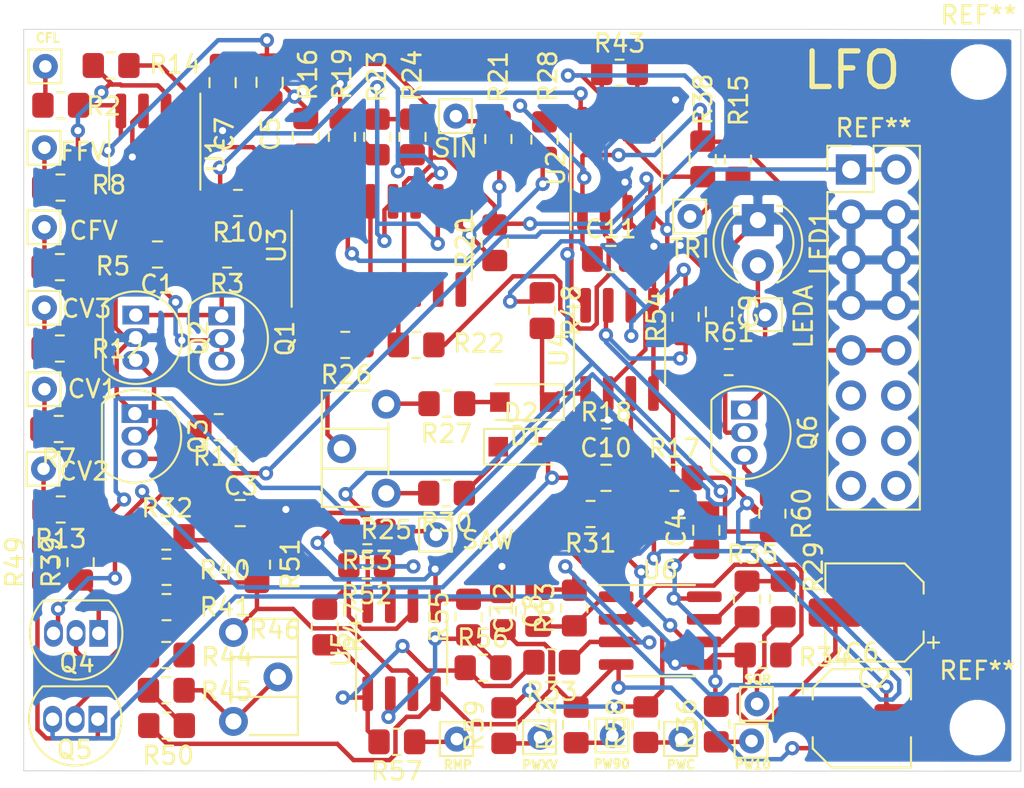
<source format=kicad_pcb>
(kicad_pcb (version 20171130) (host pcbnew "(5.1.10)-1")
  (layers (0 F.Cu signal) (31 B.Cu signal) (34 B.Paste user) (35 F.Paste user) (36 B.SilkS user) (37 F.SilkS user) (38 B.Mask user) (39 F.Mask user) (44 Edge.Cuts user))
  (net 0 "")
  (net 1 "Net-(C1-Pad2)")
  (net 2 "Net-(C1-Pad1)")
  (net 3 GNDREF)
  (net 4 +12V)
  (net 5 -12V)
  (net 6 "Net-(C10-Pad2)")
  (net 7 "Net-(C10-Pad1)")
  (net 8 "Net-(C11-Pad2)")
  (net 9 "Net-(C11-Pad1)")
  (net 10 "Net-(C12-Pad2)")
  (net 11 "Net-(C12-Pad1)")
  (net 12 "Net-(D1-Pad2)")
  (net 13 "Net-(D2-Pad1)")
  (net 14 /CFL)
  (net 15 /FFV)
  (net 16 /CV2)
  (net 17 /CV1)
  (net 18 /TRI)
  (net 19 /RMP)
  (net 20 /SQR)
  (net 21 /SAW)
  (net 22 /PWXV)
  (net 23 /PW10)
  (net 24 /PWC)
  (net 25 /PW90)
  (net 26 /LEDA)
  (net 27 "Net-(Q1-Pad1)")
  (net 28 "Net-(Q2-Pad3)")
  (net 29 "Net-(Q3-Pad3)")
  (net 30 "Net-(Q4-Pad1)")
  (net 31 "Net-(Q4-Pad3)")
  (net 32 "Net-(Q4-Pad2)")
  (net 33 "Net-(Q5-Pad1)")
  (net 34 "Net-(Q5-Pad2)")
  (net 35 "Net-(Q6-Pad3)")
  (net 36 "Net-(Q6-Pad2)")
  (net 37 /CFV)
  (net 38 "Net-(R12-Pad1)")
  (net 39 "Net-(R11-Pad1)")
  (net 40 "Net-(R16-Pad1)")
  (net 41 "Net-(R19-Pad1)")
  (net 42 "Net-(R20-Pad1)")
  (net 43 "Net-(R22-Pad2)")
  (net 44 "Net-(R23-Pad1)")
  (net 45 "Net-(R25-Pad1)")
  (net 46 "Net-(R25-Pad2)")
  (net 47 "Net-(R25-Pad3)")
  (net 48 "Net-(R29-Pad2)")
  (net 49 "Net-(R31-Pad1)")
  (net 50 "Net-(R32-Pad2)")
  (net 51 "Net-(R33-Pad2)")
  (net 52 "Net-(R34-Pad2)")
  (net 53 "Net-(R38-Pad1)")
  (net 54 "Net-(R40-Pad1)")
  (net 55 "Net-(R44-Pad1)")
  (net 56 "Net-(R45-Pad1)")
  (net 57 "Net-(R47-Pad1)")
  (net 58 "Net-(R48-Pad1)")
  (net 59 "Net-(R49-Pad2)")
  (net 60 "Net-(R52-Pad1)")
  (net 61 "Net-(R55-Pad1)")
  (net 62 "Net-(U3-Pad15)")
  (net 63 "Net-(U3-Pad8)")
  (net 64 "Net-(U3-Pad7)")
  (net 65 "Net-(U3-Pad2)")
  (net 66 /CV3)
  (net 67 /SIN)
  (module MountingHole:MountingHole_2.1mm (layer F.Cu) (at 148.58 106.54)
    (fp_text reference REF** (at 0 -3.2) (layer F.SilkS))
    (fp_text value MountingHole_2.1mm)
    (pad "" np_thru_hole circle (at 0 0) (size 2.1 2.1) (drill 2.1) (layers *.Cu *.Mask))
  )
  (module MountingHole:MountingHole_2.1mm (layer F.Cu) (at 148.65 69.71)
    (fp_text reference REF** (at 0 -3.2) (layer F.SilkS))
    (fp_text value MountingHole_2.1mm)
    (pad "" np_thru_hole circle (at 0 0) (size 2.1 2.1) (drill 2.1) (layers *.Cu *.Mask))
  )
  (module Connector_PinHeader_2.54mm:PinHeader_2x08_P2.54mm_Vertical (layer F.Cu) (at 141.478 75.184)
    (fp_text reference REF** (at 1.27 -2.33) (layer F.SilkS))
    (fp_text value PinHeader_2x08_P2.54mm_Vertical)
    (pad 16 thru_hole oval (at 2.54 17.78) (size 1.7 1.7) (drill 1) (layers *.Cu *.Mask))
    (pad 15 thru_hole oval (at 0 17.78) (size 1.7 1.7) (drill 1) (layers *.Cu *.Mask))
    (pad 14 thru_hole oval (at 2.54 15.24) (size 1.7 1.7) (drill 1) (layers *.Cu *.Mask))
    (pad 13 thru_hole oval (at 0 15.24) (size 1.7 1.7) (drill 1) (layers *.Cu *.Mask))
    (pad 12 thru_hole oval (at 2.54 12.7) (size 1.7 1.7) (drill 1) (layers *.Cu *.Mask))
    (pad 11 thru_hole oval (at 0 12.7) (size 1.7 1.7) (drill 1) (layers *.Cu *.Mask))
    (pad 10 thru_hole oval (at 2.54 10.16) (size 1.7 1.7) (drill 1) (layers *.Cu *.Mask) (net 4 +12V))
    (pad 9 thru_hole oval (at 0 10.16) (size 1.7 1.7) (drill 1) (layers *.Cu *.Mask) (net 4 +12V))
    (pad 8 thru_hole oval (at 2.54 7.62) (size 1.7 1.7) (drill 1) (layers *.Cu *.Mask) (net 3 GNDREF))
    (pad 7 thru_hole oval (at 0 7.62) (size 1.7 1.7) (drill 1) (layers *.Cu *.Mask) (net 3 GNDREF))
    (pad 6 thru_hole oval (at 2.54 5.08) (size 1.7 1.7) (drill 1) (layers *.Cu *.Mask) (net 3 GNDREF))
    (pad 5 thru_hole oval (at 0 5.08) (size 1.7 1.7) (drill 1) (layers *.Cu *.Mask) (net 3 GNDREF))
    (pad 4 thru_hole oval (at 2.54 2.54) (size 1.7 1.7) (drill 1) (layers *.Cu *.Mask) (net 3 GNDREF))
    (pad 3 thru_hole oval (at 0 2.54) (size 1.7 1.7) (drill 1) (layers *.Cu *.Mask) (net 3 GNDREF))
    (pad 2 thru_hole oval (at 2.54 0) (size 1.7 1.7) (drill 1) (layers *.Cu *.Mask) (net 5 -12V))
    (pad 1 thru_hole rect (at 0 0) (size 1.7 1.7) (drill 1) (layers *.Cu *.Mask) (net 5 -12V))
  )
  (module Package_SO:SOIC-16_3.9x9.9mm_P1.27mm (layer F.Cu) (at 115.1128 79.4512 90)
    (fp_text reference U3 (at 0 -5.9 90) (layer F.SilkS))
    (fp_text value LM13700)
    (pad 16 smd roundrect (at 2.475 -4.445 90) (size 1.95 0.6) (layers F.Cu F.Paste F.Mask) (net 40 "Net-(R16-Pad1)"))
    (pad 15 smd roundrect (at 2.475 -3.175 90) (size 1.95 0.6) (layers F.Cu F.Paste F.Mask) (net 62 "Net-(U3-Pad15)"))
    (pad 14 smd roundrect (at 2.475 -1.905 90) (size 1.95 0.6) (layers F.Cu F.Paste F.Mask) (net 41 "Net-(R19-Pad1)"))
    (pad 13 smd roundrect (at 2.475 -0.635 90) (size 1.95 0.6) (layers F.Cu F.Paste F.Mask) (net 3 GNDREF))
    (pad 12 smd roundrect (at 2.475 0.635 90) (size 1.95 0.6) (layers F.Cu F.Paste F.Mask) (net 44 "Net-(R23-Pad1)"))
    (pad 11 smd roundrect (at 2.475 1.905 90) (size 1.95 0.6) (layers F.Cu F.Paste F.Mask) (net 4 +12V))
    (pad 10 smd roundrect (at 2.475 3.175 90) (size 1.95 0.6) (layers F.Cu F.Paste F.Mask) (net 44 "Net-(R23-Pad1)"))
    (pad 9 smd roundrect (at 2.475 4.445 90) (size 1.95 0.6) (layers F.Cu F.Paste F.Mask) (net 42 "Net-(R20-Pad1)"))
    (pad 8 smd roundrect (at -2.475 4.445 90) (size 1.95 0.6) (layers F.Cu F.Paste F.Mask) (net 63 "Net-(U3-Pad8)"))
    (pad 7 smd roundrect (at -2.475 3.175 90) (size 1.95 0.6) (layers F.Cu F.Paste F.Mask) (net 64 "Net-(U3-Pad7)"))
    (pad 6 smd roundrect (at -2.475 1.905 90) (size 1.95 0.6) (layers F.Cu F.Paste F.Mask) (net 5 -12V))
    (pad 5 smd roundrect (at -2.475 0.635 90) (size 1.95 0.6) (layers F.Cu F.Paste F.Mask) (net 43 "Net-(R22-Pad2)"))
    (pad 4 smd roundrect (at -2.475 -0.635 90) (size 1.95 0.6) (layers F.Cu F.Paste F.Mask) (net 3 GNDREF))
    (pad 3 smd roundrect (at -2.475 -1.905 90) (size 1.95 0.6) (layers F.Cu F.Paste F.Mask) (net 46 "Net-(R25-Pad2)"))
    (pad 2 smd roundrect (at -2.475 -3.175 90) (size 1.95 0.6) (layers F.Cu F.Paste F.Mask) (net 65 "Net-(U3-Pad2)"))
    (pad 1 smd roundrect (at -2.475 -4.445 90) (size 1.95 0.6) (layers F.Cu F.Paste F.Mask) (net 39 "Net-(R11-Pad1)"))
  )
  (module Resistor_SMD:R_0805_2012Metric_Pad1.20x1.40mm_HandSolder (layer F.Cu) (at 125.9332 99.822 90)
    (fp_text reference R63 (at 0 -1.65 90) (layer F.SilkS))
    (fp_text value 4.7M)
    (pad 2 smd roundrect (at 1 0 90) (size 1.2 1.4) (layers F.Cu F.Paste F.Mask) (roundrect_rratio 0.2083325) (net 10 "Net-(C12-Pad2)"))
    (pad 1 smd roundrect (at -1 0 90) (size 1.2 1.4) (layers F.Cu F.Paste F.Mask) (roundrect_rratio 0.2083325) (net 11 "Net-(C12-Pad1)"))
  )
  (module Resistor_SMD:R_0805_2012Metric_Pad1.20x1.40mm_HandSolder (layer F.Cu) (at 134.604 86.0044)
    (fp_text reference R61 (at 0 -1.65) (layer F.SilkS))
    (fp_text value 100K)
    (pad 2 smd roundrect (at 1 0) (size 1.2 1.4) (layers F.Cu F.Paste F.Mask) (roundrect_rratio 0.2083325) (net 36 "Net-(Q6-Pad2)"))
    (pad 1 smd roundrect (at -1 0) (size 1.2 1.4) (layers F.Cu F.Paste F.Mask) (roundrect_rratio 0.2083325) (net 59 "Net-(R49-Pad2)"))
  )
  (module Resistor_SMD:R_0805_2012Metric_Pad1.20x1.40mm_HandSolder (layer F.Cu) (at 137.0584 94.5228 270)
    (fp_text reference R60 (at 0 -1.65 90) (layer F.SilkS))
    (fp_text value 4.7K)
    (pad 2 smd roundrect (at 1 0 270) (size 1.2 1.4) (layers F.Cu F.Paste F.Mask) (roundrect_rratio 0.2083325) (net 4 +12V))
    (pad 1 smd roundrect (at -1 0 270) (size 1.2 1.4) (layers F.Cu F.Paste F.Mask) (roundrect_rratio 0.2083325) (net 35 "Net-(Q6-Pad3)"))
  )
  (module Resistor_SMD:R_0805_2012Metric_Pad1.20x1.40mm_HandSolder (layer F.Cu) (at 121.9708 106.426 90)
    (fp_text reference R59 (at 0 -1.65 90) (layer F.SilkS))
    (fp_text value 10K)
    (pad 2 smd roundrect (at 1 0 90) (size 1.2 1.4) (layers F.Cu F.Paste F.Mask) (roundrect_rratio 0.2083325) (net 52 "Net-(R34-Pad2)"))
    (pad 1 smd roundrect (at -1 0 90) (size 1.2 1.4) (layers F.Cu F.Paste F.Mask) (roundrect_rratio 0.2083325) (net 22 /PWXV))
  )
  (module Resistor_SMD:R_0805_2012Metric_Pad1.20x1.40mm_HandSolder (layer F.Cu) (at 129.9464 106.3752 90)
    (fp_text reference R58 (at 0 -1.65 90) (layer F.SilkS))
    (fp_text value 10K)
    (pad 2 smd roundrect (at 1 0 90) (size 1.2 1.4) (layers F.Cu F.Paste F.Mask) (roundrect_rratio 0.2083325) (net 52 "Net-(R34-Pad2)"))
    (pad 1 smd roundrect (at -1 0 90) (size 1.2 1.4) (layers F.Cu F.Paste F.Mask) (roundrect_rratio 0.2083325) (net 24 /PWC))
  )
  (module Resistor_SMD:R_0805_2012Metric_Pad1.20x1.40mm_HandSolder (layer F.Cu) (at 115.9604 107.3404 180)
    (fp_text reference R57 (at 0 -1.65) (layer F.SilkS))
    (fp_text value 1K)
    (pad 2 smd roundrect (at 1 0 180) (size 1.2 1.4) (layers F.Cu F.Paste F.Mask) (roundrect_rratio 0.2083325) (net 51 "Net-(R33-Pad2)"))
    (pad 1 smd roundrect (at -1 0 180) (size 1.2 1.4) (layers F.Cu F.Paste F.Mask) (roundrect_rratio 0.2083325) (net 19 /RMP))
  )
  (module Resistor_SMD:R_0805_2012Metric_Pad1.20x1.40mm_HandSolder (layer F.Cu) (at 120.8024 103.1748)
    (fp_text reference R56 (at 0 -1.65) (layer F.SilkS))
    (fp_text value 100K)
    (pad 2 smd roundrect (at 1 0) (size 1.2 1.4) (layers F.Cu F.Paste F.Mask) (roundrect_rratio 0.2083325) (net 61 "Net-(R55-Pad1)"))
    (pad 1 smd roundrect (at -1 0) (size 1.2 1.4) (layers F.Cu F.Paste F.Mask) (roundrect_rratio 0.2083325) (net 51 "Net-(R33-Pad2)"))
  )
  (module Resistor_SMD:R_0805_2012Metric_Pad1.20x1.40mm_HandSolder (layer F.Cu) (at 119.9896 100.33 90)
    (fp_text reference R55 (at 0 -1.65 90) (layer F.SilkS))
    (fp_text value 47K)
    (pad 2 smd roundrect (at 1 0 90) (size 1.2 1.4) (layers F.Cu F.Paste F.Mask) (roundrect_rratio 0.2083325) (net 3 GNDREF))
    (pad 1 smd roundrect (at -1 0 90) (size 1.2 1.4) (layers F.Cu F.Paste F.Mask) (roundrect_rratio 0.2083325) (net 61 "Net-(R55-Pad1)"))
  )
  (module Resistor_SMD:R_0805_2012Metric_Pad1.20x1.40mm_HandSolder (layer F.Cu) (at 132.1816 83.4644 90)
    (fp_text reference R54 (at 0 -1.65 90) (layer F.SilkS))
    (fp_text value 47K)
    (pad 2 smd roundrect (at 1 0 90) (size 1.2 1.4) (layers F.Cu F.Paste F.Mask) (roundrect_rratio 0.2083325) (net 58 "Net-(R48-Pad1)"))
    (pad 1 smd roundrect (at -1 0 90) (size 1.2 1.4) (layers F.Cu F.Paste F.Mask) (roundrect_rratio 0.2083325) (net 59 "Net-(R49-Pad2)"))
  )
  (module Resistor_SMD:R_0805_2012Metric_Pad1.20x1.40mm_HandSolder (layer F.Cu) (at 114.3 95.504 180)
    (fp_text reference R53 (at 0 -1.65) (layer F.SilkS))
    (fp_text value 1K)
    (pad 2 smd roundrect (at 1 0 180) (size 1.2 1.4) (layers F.Cu F.Paste F.Mask) (roundrect_rratio 0.2083325) (net 60 "Net-(R52-Pad1)"))
    (pad 1 smd roundrect (at -1 0 180) (size 1.2 1.4) (layers F.Cu F.Paste F.Mask) (roundrect_rratio 0.2083325) (net 21 /SAW))
  )
  (module Resistor_SMD:R_0805_2012Metric_Pad1.20x1.40mm_HandSolder (layer F.Cu) (at 114.2652 97.4344 180)
    (fp_text reference R52 (at 0 -1.65) (layer F.SilkS))
    (fp_text value 10K)
    (pad 2 smd roundrect (at 1 0 180) (size 1.2 1.4) (layers F.Cu F.Paste F.Mask) (roundrect_rratio 0.2083325) (net 57 "Net-(R47-Pad1)"))
    (pad 1 smd roundrect (at -1 0 180) (size 1.2 1.4) (layers F.Cu F.Paste F.Mask) (roundrect_rratio 0.2083325) (net 60 "Net-(R52-Pad1)"))
  )
  (module Resistor_SMD:R_0805_2012Metric_Pad1.20x1.40mm_HandSolder (layer F.Cu) (at 108.1024 97.3836 90)
    (fp_text reference R51 (at 0.0136 1.8776 90) (layer F.SilkS))
    (fp_text value 10K)
    (pad 2 smd roundrect (at 1 0 90) (size 1.2 1.4) (layers F.Cu F.Paste F.Mask) (roundrect_rratio 0.2083325) (net 3 GNDREF))
    (pad 1 smd roundrect (at -1 0 90) (size 1.2 1.4) (layers F.Cu F.Paste F.Mask) (roundrect_rratio 0.2083325) (net 54 "Net-(R40-Pad1)"))
  )
  (module Resistor_SMD:R_0805_2012Metric_Pad1.20x1.40mm_HandSolder (layer F.Cu) (at 103.0224 106.426 180)
    (fp_text reference R50 (at -0.0976 -1.684) (layer F.SilkS))
    (fp_text value 15K)
    (pad 2 smd roundrect (at 1 0 180) (size 1.2 1.4) (layers F.Cu F.Paste F.Mask) (roundrect_rratio 0.2083325) (net 5 -12V))
    (pad 1 smd roundrect (at -1 0 180) (size 1.2 1.4) (layers F.Cu F.Paste F.Mask) (roundrect_rratio 0.2083325) (net 55 "Net-(R44-Pad1)"))
  )
  (module Resistor_SMD:R_0805_2012Metric_Pad1.20x1.40mm_HandSolder (layer F.Cu) (at 96.1644 97.2472 90)
    (fp_text reference R49 (at 0 -1.65 90) (layer F.SilkS))
    (fp_text value 30K)
    (pad 2 smd roundrect (at 1 0 90) (size 1.2 1.4) (layers F.Cu F.Paste F.Mask) (roundrect_rratio 0.2083325) (net 59 "Net-(R49-Pad2)"))
    (pad 1 smd roundrect (at -1 0 90) (size 1.2 1.4) (layers F.Cu F.Paste F.Mask) (roundrect_rratio 0.2083325) (net 33 "Net-(Q5-Pad1)"))
  )
  (module Resistor_SMD:R_0805_2012Metric_Pad1.20x1.40mm_HandSolder (layer F.Cu) (at 124.1204 83.1088 270)
    (fp_text reference R48 (at 0 -1.65 90) (layer F.SilkS))
    (fp_text value 47K)
    (pad 2 smd roundrect (at 1 0 270) (size 1.2 1.4) (layers F.Cu F.Paste F.Mask) (roundrect_rratio 0.2083325) (net 7 "Net-(C10-Pad1)"))
    (pad 1 smd roundrect (at -1 0 270) (size 1.2 1.4) (layers F.Cu F.Paste F.Mask) (roundrect_rratio 0.2083325) (net 58 "Net-(R48-Pad1)"))
  )
  (module Resistor_SMD:R_0805_2012Metric_Pad1.20x1.40mm_HandSolder (layer F.Cu) (at 111.9124 100.8888 270)
    (fp_text reference R47 (at 0 -1.65 90) (layer F.SilkS))
    (fp_text value 10K)
    (pad 2 smd roundrect (at 1 0 270) (size 1.2 1.4) (layers F.Cu F.Paste F.Mask) (roundrect_rratio 0.2083325) (net 51 "Net-(R33-Pad2)"))
    (pad 1 smd roundrect (at -1 0 270) (size 1.2 1.4) (layers F.Cu F.Paste F.Mask) (roundrect_rratio 0.2083325) (net 57 "Net-(R47-Pad1)"))
  )
  (module Potentiometer_THT:Potentiometer_ACP_CA6-H2,5_Horizontal (layer F.Cu) (at 106.7816 101.1936)
    (fp_text reference R46 (at 2.3384 -0.1436) (layer F.SilkS))
    (fp_text value 2K)
    (pad 1 thru_hole circle (at 0 0) (size 1.62 1.62) (drill 0.9) (layers *.Cu *.Mask) (net 54 "Net-(R40-Pad1)"))
    (pad 2 thru_hole circle (at 2.5 2.5) (size 1.62 1.62) (drill 0.9) (layers *.Cu *.Mask) (net 56 "Net-(R45-Pad1)"))
    (pad 3 thru_hole circle (at 0 5) (size 1.62 1.62) (drill 0.9) (layers *.Cu *.Mask) (net 56 "Net-(R45-Pad1)"))
  )
  (module Resistor_SMD:R_0805_2012Metric_Pad1.20x1.40mm_HandSolder (layer F.Cu) (at 103.0064 104.4448 180)
    (fp_text reference R45 (at -3.3836 -0.0652) (layer F.SilkS))
    (fp_text value 9.1K)
    (pad 2 smd roundrect (at 1 0 180) (size 1.2 1.4) (layers F.Cu F.Paste F.Mask) (roundrect_rratio 0.2083325) (net 55 "Net-(R44-Pad1)"))
    (pad 1 smd roundrect (at -1 0 180) (size 1.2 1.4) (layers F.Cu F.Paste F.Mask) (roundrect_rratio 0.2083325) (net 56 "Net-(R45-Pad1)"))
  )
  (module Resistor_SMD:R_0805_2012Metric_Pad1.20x1.40mm_HandSolder (layer F.Cu) (at 103.0064 102.4636 180)
    (fp_text reference R44 (at -3.4236 -0.1164) (layer F.SilkS))
    (fp_text value 10K)
    (pad 2 smd roundrect (at 1 0 180) (size 1.2 1.4) (layers F.Cu F.Paste F.Mask) (roundrect_rratio 0.2083325) (net 34 "Net-(Q5-Pad2)"))
    (pad 1 smd roundrect (at -1 0 180) (size 1.2 1.4) (layers F.Cu F.Paste F.Mask) (roundrect_rratio 0.2083325) (net 55 "Net-(R44-Pad1)"))
  )
  (module Resistor_SMD:R_0805_2012Metric_Pad1.20x1.40mm_HandSolder (layer F.Cu) (at 128.4732 69.7484)
    (fp_text reference R43 (at 0 -1.65) (layer F.SilkS))
    (fp_text value 20K)
    (pad 2 smd roundrect (at 1 0) (size 1.2 1.4) (layers F.Cu F.Paste F.Mask) (roundrect_rratio 0.2083325) (net 53 "Net-(R38-Pad1)"))
    (pad 1 smd roundrect (at -1 0) (size 1.2 1.4) (layers F.Cu F.Paste F.Mask) (roundrect_rratio 0.2083325) (net 31 "Net-(Q4-Pad3)"))
  )
  (module Resistor_SMD:R_0805_2012Metric_Pad1.20x1.40mm_HandSolder (layer F.Cu) (at 126.0348 106.3912 90)
    (fp_text reference R42 (at 0 -1.65 90) (layer F.SilkS))
    (fp_text value 100K)
    (pad 2 smd roundrect (at 1 0 90) (size 1.2 1.4) (layers F.Cu F.Paste F.Mask) (roundrect_rratio 0.2083325) (net 5 -12V))
    (pad 1 smd roundrect (at -1 0 90) (size 1.2 1.4) (layers F.Cu F.Paste F.Mask) (roundrect_rratio 0.2083325) (net 25 /PW90))
  )
  (module Resistor_SMD:R_0805_2012Metric_Pad1.20x1.40mm_HandSolder (layer F.Cu) (at 103.0224 99.7712 180)
    (fp_text reference R41 (at -3.3076 0.0012) (layer F.SilkS))
    (fp_text value 10K)
    (pad 2 smd roundrect (at 1 0 180) (size 1.2 1.4) (layers F.Cu F.Paste F.Mask) (roundrect_rratio 0.2083325) (net 32 "Net-(Q4-Pad2)"))
    (pad 1 smd roundrect (at -1 0 180) (size 1.2 1.4) (layers F.Cu F.Paste F.Mask) (roundrect_rratio 0.2083325) (net 50 "Net-(R32-Pad2)"))
  )
  (module Resistor_SMD:R_0805_2012Metric_Pad1.20x1.40mm_HandSolder (layer F.Cu) (at 103.0224 97.79 180)
    (fp_text reference R40 (at -3.2776 0.1) (layer F.SilkS))
    (fp_text value 10K)
    (pad 2 smd roundrect (at 1 0 180) (size 1.2 1.4) (layers F.Cu F.Paste F.Mask) (roundrect_rratio 0.2083325) (net 50 "Net-(R32-Pad2)"))
    (pad 1 smd roundrect (at -1 0 180) (size 1.2 1.4) (layers F.Cu F.Paste F.Mask) (roundrect_rratio 0.2083325) (net 54 "Net-(R40-Pad1)"))
  )
  (module Resistor_SMD:R_0805_2012Metric_Pad1.20x1.40mm_HandSolder (layer F.Cu) (at 98.1964 97.2472 90)
    (fp_text reference R39 (at 0 -1.65 90) (layer F.SilkS))
    (fp_text value 30K)
    (pad 2 smd roundrect (at 1 0 90) (size 1.2 1.4) (layers F.Cu F.Paste F.Mask) (roundrect_rratio 0.2083325) (net 7 "Net-(C10-Pad1)"))
    (pad 1 smd roundrect (at -1 0 90) (size 1.2 1.4) (layers F.Cu F.Paste F.Mask) (roundrect_rratio 0.2083325) (net 30 "Net-(Q4-Pad1)"))
  )
  (module Resistor_SMD:R_0805_2012Metric_Pad1.20x1.40mm_HandSolder (layer F.Cu) (at 133.1468 74.5904 90)
    (fp_text reference R38 (at 3.3404 0.0232 90) (layer F.SilkS))
    (fp_text value 20K)
    (pad 2 smd roundrect (at 1 0 90) (size 1.2 1.4) (layers F.Cu F.Paste F.Mask) (roundrect_rratio 0.2083325) (net 9 "Net-(C11-Pad1)"))
    (pad 1 smd roundrect (at -1 0 90) (size 1.2 1.4) (layers F.Cu F.Paste F.Mask) (roundrect_rratio 0.2083325) (net 53 "Net-(R38-Pad1)"))
  )
  (module Resistor_SMD:R_0805_2012Metric_Pad1.20x1.40mm_HandSolder (layer F.Cu) (at 133.9088 106.3404 90)
    (fp_text reference R36 (at 0 -1.65 90) (layer F.SilkS))
    (fp_text value 100K)
    (pad 2 smd roundrect (at 1 0 90) (size 1.2 1.4) (layers F.Cu F.Paste F.Mask) (roundrect_rratio 0.2083325) (net 4 +12V))
    (pad 1 smd roundrect (at -1 0 90) (size 1.2 1.4) (layers F.Cu F.Paste F.Mask) (roundrect_rratio 0.2083325) (net 23 /PW10))
  )
  (module Resistor_SMD:R_0805_2012Metric_Pad1.20x1.40mm_HandSolder (layer F.Cu) (at 135.636 99.314 270)
    (fp_text reference R35 (at -2.494 -0.304 180) (layer F.SilkS))
    (fp_text value 10K)
    (pad 2 smd roundrect (at 1 0 270) (size 1.2 1.4) (layers F.Cu F.Paste F.Mask) (roundrect_rratio 0.2083325) (net 49 "Net-(R31-Pad1)"))
    (pad 1 smd roundrect (at -1 0 270) (size 1.2 1.4) (layers F.Cu F.Paste F.Mask) (roundrect_rratio 0.2083325) (net 48 "Net-(R29-Pad2)"))
  )
  (module Resistor_SMD:R_0805_2012Metric_Pad1.20x1.40mm_HandSolder (layer F.Cu) (at 136.5344 102.4636)
    (fp_text reference R34 (at 3.4456 0.1264) (layer F.SilkS))
    (fp_text value 1M)
    (pad 2 smd roundrect (at 1 0) (size 1.2 1.4) (layers F.Cu F.Paste F.Mask) (roundrect_rratio 0.2083325) (net 52 "Net-(R34-Pad2)"))
    (pad 1 smd roundrect (at -1 0) (size 1.2 1.4) (layers F.Cu F.Paste F.Mask) (roundrect_rratio 0.2083325) (net 3 GNDREF))
  )
  (module Resistor_SMD:R_0805_2012Metric_Pad1.20x1.40mm_HandSolder (layer F.Cu) (at 124.6632 102.87 180)
    (fp_text reference R33 (at 0 -1.65) (layer F.SilkS))
    (fp_text value 100K)
    (pad 2 smd roundrect (at 1 0 180) (size 1.2 1.4) (layers F.Cu F.Paste F.Mask) (roundrect_rratio 0.2083325) (net 51 "Net-(R33-Pad2)"))
    (pad 1 smd roundrect (at -1 0 180) (size 1.2 1.4) (layers F.Cu F.Paste F.Mask) (roundrect_rratio 0.2083325) (net 10 "Net-(C12-Pad2)"))
  )
  (module Resistor_SMD:R_0805_2012Metric_Pad1.20x1.40mm_HandSolder (layer F.Cu) (at 103.0064 95.8088 180)
    (fp_text reference R32 (at -0.0536 1.5988) (layer F.SilkS))
    (fp_text value 15K)
    (pad 2 smd roundrect (at 1 0 180) (size 1.2 1.4) (layers F.Cu F.Paste F.Mask) (roundrect_rratio 0.2083325) (net 50 "Net-(R32-Pad2)"))
    (pad 1 smd roundrect (at -1 0 180) (size 1.2 1.4) (layers F.Cu F.Paste F.Mask) (roundrect_rratio 0.2083325) (net 4 +12V))
  )
  (module Resistor_SMD:R_0805_2012Metric_Pad1.20x1.40mm_HandSolder (layer F.Cu) (at 126.8476 94.5388 180)
    (fp_text reference R31 (at 0 -1.65) (layer F.SilkS))
    (fp_text value 27K)
    (pad 2 smd roundrect (at 1 0 180) (size 1.2 1.4) (layers F.Cu F.Paste F.Mask) (roundrect_rratio 0.2083325) (net 11 "Net-(C12-Pad1)"))
    (pad 1 smd roundrect (at -1 0 180) (size 1.2 1.4) (layers F.Cu F.Paste F.Mask) (roundrect_rratio 0.2083325) (net 49 "Net-(R31-Pad1)"))
  )
  (module Resistor_SMD:R_0805_2012Metric_Pad1.20x1.40mm_HandSolder (layer F.Cu) (at 118.7544 93.3704 180)
    (fp_text reference R30 (at 0 -1.65) (layer F.SilkS))
    (fp_text value 100K)
    (pad 2 smd roundrect (at 1 0 180) (size 1.2 1.4) (layers F.Cu F.Paste F.Mask) (roundrect_rratio 0.2083325) (net 45 "Net-(R25-Pad1)"))
    (pad 1 smd roundrect (at -1 0 180) (size 1.2 1.4) (layers F.Cu F.Paste F.Mask) (roundrect_rratio 0.2083325) (net 13 "Net-(D2-Pad1)"))
  )
  (module Resistor_SMD:R_0805_2012Metric_Pad1.20x1.40mm_HandSolder (layer F.Cu) (at 137.668 99.314 90)
    (fp_text reference R29 (at 1.784 1.712 90) (layer F.SilkS))
    (fp_text value 1K)
    (pad 2 smd roundrect (at 1 0 90) (size 1.2 1.4) (layers F.Cu F.Paste F.Mask) (roundrect_rratio 0.2083325) (net 48 "Net-(R29-Pad2)"))
    (pad 1 smd roundrect (at -1 0 90) (size 1.2 1.4) (layers F.Cu F.Paste F.Mask) (roundrect_rratio 0.2083325) (net 20 /SQR))
  )
  (module Resistor_SMD:R_0805_2012Metric_Pad1.20x1.40mm_HandSolder (layer F.Cu) (at 124.2568 73.5076 90)
    (fp_text reference R28 (at 3.5676 0.1932 90) (layer F.SilkS))
    (fp_text value 110K)
    (pad 2 smd roundrect (at 1 0 90) (size 1.2 1.4) (layers F.Cu F.Paste F.Mask) (roundrect_rratio 0.2083325) (net 9 "Net-(C11-Pad1)"))
    (pad 1 smd roundrect (at -1 0 90) (size 1.2 1.4) (layers F.Cu F.Paste F.Mask) (roundrect_rratio 0.2083325) (net 41 "Net-(R19-Pad1)"))
  )
  (module Resistor_SMD:R_0805_2012Metric_Pad1.20x1.40mm_HandSolder (layer F.Cu) (at 118.7704 88.3412)
    (fp_text reference R27 (at -0.0204 1.6788) (layer F.SilkS))
    (fp_text value 100K)
    (pad 2 smd roundrect (at 1 0) (size 1.2 1.4) (layers F.Cu F.Paste F.Mask) (roundrect_rratio 0.2083325) (net 12 "Net-(D1-Pad2)"))
    (pad 1 smd roundrect (at -1 0) (size 1.2 1.4) (layers F.Cu F.Paste F.Mask) (roundrect_rratio 0.2083325) (net 47 "Net-(R25-Pad3)"))
  )
  (module Resistor_SMD:R_0805_2012Metric_Pad1.20x1.40mm_HandSolder (layer F.Cu) (at 113.0648 85.0392)
    (fp_text reference R26 (at 0.0652 1.6808) (layer F.SilkS))
    (fp_text value 1K)
    (pad 2 smd roundrect (at 1 0) (size 1.2 1.4) (layers F.Cu F.Paste F.Mask) (roundrect_rratio 0.2083325) (net 3 GNDREF))
    (pad 1 smd roundrect (at -1 0) (size 1.2 1.4) (layers F.Cu F.Paste F.Mask) (roundrect_rratio 0.2083325) (net 46 "Net-(R25-Pad2)"))
  )
  (module Potentiometer_THT:Potentiometer_ACP_CA6-H2,5_Horizontal (layer F.Cu) (at 115.3668 93.3704 180)
    (fp_text reference R25 (at 0 -2.06) (layer F.SilkS))
    (fp_text value 100K)
    (pad 1 thru_hole circle (at 0 0 180) (size 1.62 1.62) (drill 0.9) (layers *.Cu *.Mask) (net 45 "Net-(R25-Pad1)"))
    (pad 2 thru_hole circle (at 2.5 2.5 180) (size 1.62 1.62) (drill 0.9) (layers *.Cu *.Mask) (net 46 "Net-(R25-Pad2)"))
    (pad 3 thru_hole circle (at 0 5 180) (size 1.62 1.62) (drill 0.9) (layers *.Cu *.Mask) (net 47 "Net-(R25-Pad3)"))
  )
  (module Resistor_SMD:R_0805_2012Metric_Pad1.20x1.40mm_HandSolder (layer F.Cu) (at 116.84 73.3552 90)
    (fp_text reference R24 (at 3.4452 -0.01 90) (layer F.SilkS))
    (fp_text value 2M)
    (pad 2 smd roundrect (at 1 0 90) (size 1.2 1.4) (layers F.Cu F.Paste F.Mask) (roundrect_rratio 0.2083325) (net 44 "Net-(R23-Pad1)"))
    (pad 1 smd roundrect (at -1 0 90) (size 1.2 1.4) (layers F.Cu F.Paste F.Mask) (roundrect_rratio 0.2083325) (net 4 +12V))
  )
  (module Resistor_SMD:R_0805_2012Metric_Pad1.20x1.40mm_HandSolder (layer F.Cu) (at 114.8588 73.3552 270)
    (fp_text reference R23 (at -3.3752 0.0288 90) (layer F.SilkS))
    (fp_text value 180K)
    (pad 2 smd roundrect (at 1 0 270) (size 1.2 1.4) (layers F.Cu F.Paste F.Mask) (roundrect_rratio 0.2083325) (net 3 GNDREF))
    (pad 1 smd roundrect (at -1 0 270) (size 1.2 1.4) (layers F.Cu F.Paste F.Mask) (roundrect_rratio 0.2083325) (net 44 "Net-(R23-Pad1)"))
  )
  (module Resistor_SMD:R_0805_2012Metric_Pad1.20x1.40mm_HandSolder (layer F.Cu) (at 117.0432 85.0392 180)
    (fp_text reference R22 (at -3.5268 0.0892) (layer F.SilkS))
    (fp_text value 39K)
    (pad 2 smd roundrect (at 1 0 180) (size 1.2 1.4) (layers F.Cu F.Paste F.Mask) (roundrect_rratio 0.2083325) (net 43 "Net-(R22-Pad2)"))
    (pad 1 smd roundrect (at -1 0 180) (size 1.2 1.4) (layers F.Cu F.Paste F.Mask) (roundrect_rratio 0.2083325) (net 8 "Net-(C11-Pad2)"))
  )
  (module Resistor_SMD:R_0805_2012Metric_Pad1.20x1.40mm_HandSolder (layer F.Cu) (at 121.666 73.4728 270)
    (fp_text reference R21 (at -3.4828 -0.004 90) (layer F.SilkS))
    (fp_text value 1K)
    (pad 2 smd roundrect (at 1 0 270) (size 1.2 1.4) (layers F.Cu F.Paste F.Mask) (roundrect_rratio 0.2083325) (net 42 "Net-(R20-Pad1)"))
    (pad 1 smd roundrect (at -1 0 270) (size 1.2 1.4) (layers F.Cu F.Paste F.Mask) (roundrect_rratio 0.2083325) (net 67 /SIN))
  )
  (module Resistor_SMD:R_0805_2012Metric_Pad1.20x1.40mm_HandSolder (layer F.Cu) (at 121.4628 79.2988 90)
    (fp_text reference R20 (at 0 -1.65 90) (layer F.SilkS))
    (fp_text value 4.7K)
    (pad 2 smd roundrect (at 1 0 90) (size 1.2 1.4) (layers F.Cu F.Paste F.Mask) (roundrect_rratio 0.2083325) (net 5 -12V))
    (pad 1 smd roundrect (at -1 0 90) (size 1.2 1.4) (layers F.Cu F.Paste F.Mask) (roundrect_rratio 0.2083325) (net 42 "Net-(R20-Pad1)"))
  )
  (module Resistor_SMD:R_0805_2012Metric_Pad1.20x1.40mm_HandSolder (layer F.Cu) (at 112.8776 73.3552 90)
    (fp_text reference R19 (at 3.5352 0.0024 90) (layer F.SilkS))
    (fp_text value 2K)
    (pad 2 smd roundrect (at 1 0 90) (size 1.2 1.4) (layers F.Cu F.Paste F.Mask) (roundrect_rratio 0.2083325) (net 3 GNDREF))
    (pad 1 smd roundrect (at -1 0 90) (size 1.2 1.4) (layers F.Cu F.Paste F.Mask) (roundrect_rratio 0.2083325) (net 41 "Net-(R19-Pad1)"))
  )
  (module Resistor_SMD:R_0805_2012Metric_Pad1.20x1.40mm_HandSolder (layer F.Cu) (at 127.7272 90.4748)
    (fp_text reference R18 (at 0 -1.65) (layer F.SilkS))
    (fp_text value 270K)
    (pad 2 smd roundrect (at 1 0) (size 1.2 1.4) (layers F.Cu F.Paste F.Mask) (roundrect_rratio 0.2083325) (net 6 "Net-(C10-Pad2)"))
    (pad 1 smd roundrect (at -1 0) (size 1.2 1.4) (layers F.Cu F.Paste F.Mask) (roundrect_rratio 0.2083325) (net 7 "Net-(C10-Pad1)"))
  )
  (module Resistor_SMD:R_0805_2012Metric_Pad1.20x1.40mm_HandSolder (layer F.Cu) (at 131.556 92.5068)
    (fp_text reference R17 (at 0 -1.65) (layer F.SilkS))
    (fp_text value 120K)
    (pad 2 smd roundrect (at 1 0) (size 1.2 1.4) (layers F.Cu F.Paste F.Mask) (roundrect_rratio 0.2083325) (net 9 "Net-(C11-Pad1)"))
    (pad 1 smd roundrect (at -1 0) (size 1.2 1.4) (layers F.Cu F.Paste F.Mask) (roundrect_rratio 0.2083325) (net 6 "Net-(C10-Pad2)"))
  )
  (module Resistor_SMD:R_0805_2012Metric_Pad1.20x1.40mm_HandSolder (layer F.Cu) (at 110.8456 73.3204 90)
    (fp_text reference R16 (at 3.4604 0.1144 90) (layer F.SilkS))
    (fp_text value 680K)
    (pad 2 smd roundrect (at 1 0 90) (size 1.2 1.4) (layers F.Cu F.Paste F.Mask) (roundrect_rratio 0.2083325) (net 4 +12V))
    (pad 1 smd roundrect (at -1 0 90) (size 1.2 1.4) (layers F.Cu F.Paste F.Mask) (roundrect_rratio 0.2083325) (net 40 "Net-(R16-Pad1)"))
  )
  (module Resistor_SMD:R_0805_2012Metric_Pad1.20x1.40mm_HandSolder (layer F.Cu) (at 135.128 74.6252 90)
    (fp_text reference R15 (at 3.3152 0.042 90) (layer F.SilkS))
    (fp_text value 1K)
    (pad 2 smd roundrect (at 1 0 90) (size 1.2 1.4) (layers F.Cu F.Paste F.Mask) (roundrect_rratio 0.2083325) (net 9 "Net-(C11-Pad1)"))
    (pad 1 smd roundrect (at -1 0 90) (size 1.2 1.4) (layers F.Cu F.Paste F.Mask) (roundrect_rratio 0.2083325) (net 18 /TRI))
  )
  (module Resistor_SMD:R_0805_2012Metric_Pad1.20x1.40mm_HandSolder (layer F.Cu) (at 99.9076 69.342 180)
    (fp_text reference R14 (at -3.5924 0.062) (layer F.SilkS))
    (fp_text value 2K)
    (pad 2 smd roundrect (at 1 0 180) (size 1.2 1.4) (layers F.Cu F.Paste F.Mask) (roundrect_rratio 0.2083325) (net 38 "Net-(R12-Pad1)"))
    (pad 1 smd roundrect (at -1 0 180) (size 1.2 1.4) (layers F.Cu F.Paste F.Mask) (roundrect_rratio 0.2083325) (net 1 "Net-(C1-Pad2)"))
  )
  (module Resistor_SMD:R_0805_2012Metric_Pad1.20x1.40mm_HandSolder (layer F.Cu) (at 97.0788 94.2848 180)
    (fp_text reference R13 (at 0 -1.65) (layer F.SilkS))
    (fp_text value 100K)
    (pad 2 smd roundrect (at 1 0 180) (size 1.2 1.4) (layers F.Cu F.Paste F.Mask) (roundrect_rratio 0.2083325) (net 16 /CV2))
    (pad 1 smd roundrect (at -1 0 180) (size 1.2 1.4) (layers F.Cu F.Paste F.Mask) (roundrect_rratio 0.2083325) (net 38 "Net-(R12-Pad1)"))
  )
  (module Resistor_SMD:R_0805_2012Metric_Pad1.20x1.40mm_HandSolder (layer F.Cu) (at 97.028 85.2424 180)
    (fp_text reference R12 (at -3.232 -0.0376) (layer F.SilkS))
    (fp_text value 100K)
    (pad 2 smd roundrect (at 1 0 180) (size 1.2 1.4) (layers F.Cu F.Paste F.Mask) (roundrect_rratio 0.2083325) (net 66 /CV3))
    (pad 1 smd roundrect (at -1 0 180) (size 1.2 1.4) (layers F.Cu F.Paste F.Mask) (roundrect_rratio 0.2083325) (net 38 "Net-(R12-Pad1)"))
  )
  (module Resistor_SMD:R_0805_2012Metric_Pad1.20x1.40mm_HandSolder (layer F.Cu) (at 105.9528 89.662 180)
    (fp_text reference R11 (at 0 -1.65) (layer F.SilkS))
    (fp_text value 10K)
    (pad 2 smd roundrect (at 1 0 180) (size 1.2 1.4) (layers F.Cu F.Paste F.Mask) (roundrect_rratio 0.2083325) (net 29 "Net-(Q3-Pad3)"))
    (pad 1 smd roundrect (at -1 0 180) (size 1.2 1.4) (layers F.Cu F.Paste F.Mask) (roundrect_rratio 0.2083325) (net 39 "Net-(R11-Pad1)"))
  )
  (module Resistor_SMD:R_0805_2012Metric_Pad1.20x1.40mm_HandSolder (layer F.Cu) (at 107.0356 77.0636 180)
    (fp_text reference R10 (at 0 -1.65) (layer F.SilkS))
    (fp_text value 4.7M)
    (pad 2 smd roundrect (at 1 0 180) (size 1.2 1.4) (layers F.Cu F.Paste F.Mask) (roundrect_rratio 0.2083325) (net 4 +12V))
    (pad 1 smd roundrect (at -1 0 180) (size 1.2 1.4) (layers F.Cu F.Paste F.Mask) (roundrect_rratio 0.2083325) (net 1 "Net-(C1-Pad2)"))
  )
  (module Resistor_SMD:R_0805_2012Metric_Pad1.20x1.40mm_HandSolder (layer F.Cu) (at 97.0628 76.2 180)
    (fp_text reference R8 (at -2.7172 0.14) (layer F.SilkS))
    (fp_text value 3M)
    (pad 2 smd roundrect (at 1 0 180) (size 1.2 1.4) (layers F.Cu F.Paste F.Mask) (roundrect_rratio 0.2083325) (net 15 /FFV))
    (pad 1 smd roundrect (at -1 0 180) (size 1.2 1.4) (layers F.Cu F.Paste F.Mask) (roundrect_rratio 0.2083325) (net 38 "Net-(R12-Pad1)"))
  )
  (module Resistor_SMD:R_0805_2012Metric_Pad1.20x1.40mm_HandSolder (layer F.Cu) (at 96.9612 89.7636 180)
    (fp_text reference R7 (at 0 -1.65) (layer F.SilkS))
    (fp_text value 100K)
    (pad 2 smd roundrect (at 1 0 180) (size 1.2 1.4) (layers F.Cu F.Paste F.Mask) (roundrect_rratio 0.2083325) (net 17 /CV1))
    (pad 1 smd roundrect (at -1 0 180) (size 1.2 1.4) (layers F.Cu F.Paste F.Mask) (roundrect_rratio 0.2083325) (net 38 "Net-(R12-Pad1)"))
  )
  (module Resistor_SMD:R_0805_2012Metric_Pad1.20x1.40mm_HandSolder (layer F.Cu) (at 97.028 80.6704 180)
    (fp_text reference R5 (at -2.982 0.0504) (layer F.SilkS))
    (fp_text value 100K)
    (pad 2 smd roundrect (at 1 0 180) (size 1.2 1.4) (layers F.Cu F.Paste F.Mask) (roundrect_rratio 0.2083325) (net 37 /CFV))
    (pad 1 smd roundrect (at -1 0 180) (size 1.2 1.4) (layers F.Cu F.Paste F.Mask) (roundrect_rratio 0.2083325) (net 38 "Net-(R12-Pad1)"))
  )
  (module Resistor_SMD:R_0805_2012Metric_Pad1.20x1.40mm_HandSolder (layer F.Cu) (at 106.426 79.9592 180)
    (fp_text reference R3 (at 0 -1.65) (layer F.SilkS))
    (fp_text value 10K)
    (pad 2 smd roundrect (at 1 0 180) (size 1.2 1.4) (layers F.Cu F.Paste F.Mask) (roundrect_rratio 0.2083325) (net 2 "Net-(C1-Pad1)"))
    (pad 1 smd roundrect (at -1 0 180) (size 1.2 1.4) (layers F.Cu F.Paste F.Mask) (roundrect_rratio 0.2083325) (net 27 "Net-(Q1-Pad1)"))
  )
  (module Resistor_SMD:R_0805_2012Metric_Pad1.20x1.40mm_HandSolder (layer F.Cu) (at 97.0788 71.5772 180)
    (fp_text reference R2 (at -2.4112 -0.0528) (layer F.SilkS))
    (fp_text value 4.7K)
    (pad 2 smd roundrect (at 1 0 180) (size 1.2 1.4) (layers F.Cu F.Paste F.Mask) (roundrect_rratio 0.2083325) (net 14 /CFL))
    (pad 1 smd roundrect (at -1 0 180) (size 1.2 1.4) (layers F.Cu F.Paste F.Mask) (roundrect_rratio 0.2083325) (net 5 -12V))
  )
  (module Package_TO_SOT_THT:TO-92_Inline (layer F.Cu) (at 135.4836 88.6968 270)
    (fp_text reference Q6 (at 1.27 -3.56 90) (layer F.SilkS))
    (fp_text value 2N3904)
    (pad 1 thru_hole rect (at 0 0 270) (size 1.05 1.5) (drill 0.75) (layers *.Cu *.Mask) (net 26 /LEDA))
    (pad 3 thru_hole oval (at 2.54 0 270) (size 1.05 1.5) (drill 0.75) (layers *.Cu *.Mask) (net 35 "Net-(Q6-Pad3)"))
    (pad 2 thru_hole oval (at 1.27 0 270) (size 1.05 1.5) (drill 0.75) (layers *.Cu *.Mask) (net 36 "Net-(Q6-Pad2)"))
  )
  (module Package_TO_SOT_THT:TO-92_Inline (layer F.Cu) (at 99.1616 106.0704 180)
    (fp_text reference Q5 (at 1.3116 -1.7096) (layer F.SilkS))
    (fp_text value BF245A)
    (pad 1 thru_hole rect (at 0 0 180) (size 1.05 1.5) (drill 0.75) (layers *.Cu *.Mask) (net 33 "Net-(Q5-Pad1)"))
    (pad 3 thru_hole oval (at 2.54 0 180) (size 1.05 1.5) (drill 0.75) (layers *.Cu *.Mask) (net 9 "Net-(C11-Pad1)"))
    (pad 2 thru_hole oval (at 1.27 0 180) (size 1.05 1.5) (drill 0.75) (layers *.Cu *.Mask) (net 34 "Net-(Q5-Pad2)"))
  )
  (module Package_TO_SOT_THT:TO-92_Inline (layer F.Cu) (at 99.2124 101.2444 180)
    (fp_text reference Q4 (at 1.2224 -1.6756) (layer F.SilkS))
    (fp_text value BF245A)
    (pad 1 thru_hole rect (at 0 0 180) (size 1.05 1.5) (drill 0.75) (layers *.Cu *.Mask) (net 30 "Net-(Q4-Pad1)"))
    (pad 3 thru_hole oval (at 2.54 0 180) (size 1.05 1.5) (drill 0.75) (layers *.Cu *.Mask) (net 31 "Net-(Q4-Pad3)"))
    (pad 2 thru_hole oval (at 1.27 0 180) (size 1.05 1.5) (drill 0.75) (layers *.Cu *.Mask) (net 32 "Net-(Q4-Pad2)"))
  )
  (module Package_TO_SOT_THT:TO-92_Inline (layer F.Cu) (at 101.2444 88.9 270)
    (fp_text reference Q3 (at 1.27 -3.56 90) (layer F.SilkS))
    (fp_text value 2N3906)
    (pad 1 thru_hole rect (at 0 0 270) (size 1.05 1.5) (drill 0.75) (layers *.Cu *.Mask) (net 3 GNDREF))
    (pad 3 thru_hole oval (at 2.54 0 270) (size 1.05 1.5) (drill 0.75) (layers *.Cu *.Mask) (net 29 "Net-(Q3-Pad3)"))
    (pad 2 thru_hole oval (at 1.27 0 270) (size 1.05 1.5) (drill 0.75) (layers *.Cu *.Mask) (net 28 "Net-(Q2-Pad3)"))
  )
  (module Package_TO_SOT_THT:TO-92_Inline (layer F.Cu) (at 101.2952 83.3628 270)
    (fp_text reference Q2 (at 1.27 -3.56 90) (layer F.SilkS))
    (fp_text value 2N3904)
    (pad 1 thru_hole rect (at 0 0 270) (size 1.05 1.5) (drill 0.75) (layers *.Cu *.Mask) (net 27 "Net-(Q1-Pad1)"))
    (pad 3 thru_hole oval (at 2.54 0 270) (size 1.05 1.5) (drill 0.75) (layers *.Cu *.Mask) (net 28 "Net-(Q2-Pad3)"))
    (pad 2 thru_hole oval (at 1.27 0 270) (size 1.05 1.5) (drill 0.75) (layers *.Cu *.Mask) (net 3 GNDREF))
  )
  (module Package_TO_SOT_THT:TO-92_Inline (layer F.Cu) (at 106.1212 83.4136 270)
    (fp_text reference Q1 (at 1.27 -3.56 90) (layer F.SilkS))
    (fp_text value 2N3904)
    (pad 1 thru_hole rect (at 0 0 270) (size 1.05 1.5) (drill 0.75) (layers *.Cu *.Mask) (net 27 "Net-(Q1-Pad1)"))
    (pad 3 thru_hole oval (at 2.54 0 270) (size 1.05 1.5) (drill 0.75) (layers *.Cu *.Mask) (net 1 "Net-(C1-Pad2)"))
    (pad 2 thru_hole oval (at 1.27 0 270) (size 1.05 1.5) (drill 0.75) (layers *.Cu *.Mask) (net 1 "Net-(C1-Pad2)"))
  )
  (module LED_THT:LED_D4.0mm (layer F.Cu) (at 136.2456 78.0288 270)
    (fp_text reference LED1 (at 1.27 -3.46 90) (layer F.SilkS))
    (fp_text value LED)
    (pad 2 thru_hole circle (at 2.54 0 270) (size 1.8 1.8) (drill 0.9) (layers *.Cu *.Mask) (net 26 /LEDA))
    (pad 1 thru_hole rect (at 0 0 270) (size 1.8 1.8) (drill 0.9) (layers *.Cu *.Mask) (net 3 GNDREF))
  )
  (module Connector_Pin:Pin_D0.7mm_L6.5mm_W1.8mm_FlatFork (layer F.Cu) (at 136.652 83.3628 270)
    (fp_text reference LEDA (at 0.0872 -2.158 90) (layer F.SilkS))
    (fp_text value Conn_01x01_Male)
    (pad 1 thru_hole circle (at 0 0 270) (size 1.4 1.4) (drill 0.7) (layers *.Cu *.Mask) (net 26 /LEDA))
  )
  (module Connector_Pin:Pin_D0.7mm_L6.5mm_W1.8mm_FlatFork (layer F.Cu) (at 128.0668 106.9848)
    (fp_text reference PW90 (at -0.0368 1.5852) (layer F.SilkS) (effects (font (size 0.5 0.5) (thickness 0.125))))
    (fp_text value Conn_01x01_Male)
    (pad 1 thru_hole circle (at 0 0) (size 1.4 1.4) (drill 0.7) (layers *.Cu *.Mask) (net 25 /PW90))
  )
  (module Connector_Pin:Pin_D0.7mm_L6.5mm_W1.8mm_FlatFork (layer F.Cu) (at 131.9276 107.188)
    (fp_text reference PWC (at 0.0024 1.442) (layer F.SilkS) (effects (font (size 0.5 0.5) (thickness 0.125))))
    (fp_text value Conn_01x01_Male)
    (pad 1 thru_hole circle (at 0 0) (size 1.4 1.4) (drill 0.7) (layers *.Cu *.Mask) (net 24 /PWC))
  )
  (module Connector_Pin:Pin_D0.7mm_L6.5mm_W1.8mm_FlatFork (layer F.Cu) (at 135.89 107.2896)
    (fp_text reference PW10 (at 0.07 1.3304) (layer F.SilkS) (effects (font (size 0.5 0.5) (thickness 0.125))))
    (fp_text value Conn_01x01_Male)
    (pad 1 thru_hole circle (at 0 0) (size 1.4 1.4) (drill 0.7) (layers *.Cu *.Mask) (net 23 /PW10))
  )
  (module Connector_Pin:Pin_D0.7mm_L6.5mm_W1.8mm_FlatFork (layer F.Cu) (at 124.0028 107.0864)
    (fp_text reference PWXV (at -0.0028 1.5536) (layer F.SilkS) (effects (font (size 0.5 0.5) (thickness 0.125))))
    (fp_text value Conn_01x01_Male)
    (pad 1 thru_hole circle (at 0 0) (size 1.4 1.4) (drill 0.7) (layers *.Cu *.Mask) (net 22 /PWXV))
  )
  (module Connector_Pin:Pin_D0.7mm_L6.5mm_W1.8mm_FlatFork (layer F.Cu) (at 118.1608 95.7072)
    (fp_text reference SAW (at 2.9192 0.2928) (layer F.SilkS))
    (fp_text value Conn_01x01_Male)
    (pad 1 thru_hole circle (at 0 0) (size 1.4 1.4) (drill 0.7) (layers *.Cu *.Mask) (net 21 /SAW))
  )
  (module Connector_Pin:Pin_D0.7mm_L6.5mm_W1.8mm_FlatFork (layer F.Cu) (at 136.1948 105.2068)
    (fp_text reference SQR (at 0.0352 -1.3668) (layer F.SilkS) (effects (font (size 0.5 0.5) (thickness 0.125))))
    (fp_text value Conn_01x01_Male)
    (pad 1 thru_hole circle (at 0 0) (size 1.4 1.4) (drill 0.7) (layers *.Cu *.Mask) (net 20 /SQR))
  )
  (module Connector_Pin:Pin_D0.7mm_L6.5mm_W1.8mm_FlatFork (layer F.Cu) (at 119.2784 72.1868)
    (fp_text reference SIN (at 0 1.8) (layer F.SilkS))
    (fp_text value Conn_01x01_Male)
    (pad 1 thru_hole circle (at 0 0) (size 1.4 1.4) (drill 0.7) (layers *.Cu *.Mask) (net 67 /SIN))
  )
  (module Connector_Pin:Pin_D0.7mm_L6.5mm_W1.8mm_FlatFork (layer F.Cu) (at 119.3292 107.188)
    (fp_text reference RMP (at 0.0508 1.442) (layer F.SilkS) (effects (font (size 0.5 0.5) (thickness 0.125))))
    (fp_text value Conn_01x01_Male)
    (pad 1 thru_hole circle (at 0 0) (size 1.4 1.4) (drill 0.7) (layers *.Cu *.Mask) (net 19 /RMP))
  )
  (module Connector_Pin:Pin_D0.7mm_L6.5mm_W1.8mm_FlatFork (layer F.Cu) (at 132.4356 77.8256)
    (fp_text reference TRI (at 0 1.8) (layer F.SilkS))
    (fp_text value Conn_01x01_Male)
    (pad 1 thru_hole circle (at 0 0) (size 1.4 1.4) (drill 0.7) (layers *.Cu *.Mask) (net 18 /TRI))
  )
  (module Connector_Pin:Pin_D0.7mm_L6.5mm_W1.8mm_FlatFork (layer F.Cu) (at 96.1644 82.9564)
    (fp_text reference CV3 (at 2.3656 0.0436) (layer F.SilkS))
    (fp_text value Conn_01x01_Male)
    (pad 1 thru_hole circle (at 0 0) (size 1.4 1.4) (drill 0.7) (layers *.Cu *.Mask) (net 66 /CV3))
  )
  (module Connector_Pin:Pin_D0.7mm_L6.5mm_W1.8mm_FlatFork (layer F.Cu) (at 96.1644 87.5284)
    (fp_text reference CV1 (at 2.7056 -0.0184) (layer F.SilkS))
    (fp_text value Conn_01x01_Male)
    (pad 1 thru_hole circle (at 0 0) (size 1.4 1.4) (drill 0.7) (layers *.Cu *.Mask) (net 17 /CV1))
  )
  (module Connector_Pin:Pin_D0.7mm_L6.5mm_W1.8mm_FlatFork (layer F.Cu) (at 96.1136 91.9988)
    (fp_text reference CV2 (at 2.2864 0.1412) (layer F.SilkS))
    (fp_text value Conn_01x01_Male)
    (pad 1 thru_hole circle (at 0 0) (size 1.4 1.4) (drill 0.7) (layers *.Cu *.Mask) (net 16 /CV2))
  )
  (module Connector_Pin:Pin_D0.7mm_L6.5mm_W1.8mm_FlatFork (layer F.Cu) (at 96.1644 73.9648)
    (fp_text reference FFV (at 2.1656 0.2152) (layer F.SilkS))
    (fp_text value Conn_01x01_Male)
    (pad 1 thru_hole circle (at 0 0) (size 1.4 1.4) (drill 0.7) (layers *.Cu *.Mask) (net 15 /FFV))
  )
  (module Connector_Pin:Pin_D0.7mm_L6.5mm_W1.8mm_FlatFork (layer F.Cu) (at 96.2152 69.3928)
    (fp_text reference CFL (at 0.1348 -1.6028) (layer F.SilkS) (effects (font (size 0.5 0.5) (thickness 0.125))))
    (fp_text value Conn_01x01_Male)
    (pad 1 thru_hole circle (at 0 0) (size 1.4 1.4) (drill 0.7) (layers *.Cu *.Mask) (net 14 /CFL))
  )
  (module Capacitor_SMD:C_0805_2012Metric_Pad1.18x1.45mm_HandSolder (layer F.Cu) (at 123.9012 99.822 90)
    (fp_text reference C12 (at -0.0215 -1.9304 90) (layer F.SilkS))
    (fp_text value 10pF)
    (pad 2 smd roundrect (at 1.0375 0 90) (size 1.175 1.45) (layers F.Cu F.Paste F.Mask) (roundrect_rratio 0.2127659574468085) (net 10 "Net-(C12-Pad2)"))
    (pad 1 smd roundrect (at -1.0375 0 90) (size 1.175 1.45) (layers F.Cu F.Paste F.Mask) (roundrect_rratio 0.2127659574468085) (net 11 "Net-(C12-Pad1)"))
  )
  (module Capacitor_SMD:C_0805_2012Metric_Pad1.18x1.45mm_HandSolder (layer F.Cu) (at 127.9867 80.2132)
    (fp_text reference C11 (at 0 -1.68) (layer F.SilkS))
    (fp_text value .02uF)
    (pad 2 smd roundrect (at 1.0375 0) (size 1.175 1.45) (layers F.Cu F.Paste F.Mask) (roundrect_rratio 0.2127659574468085) (net 8 "Net-(C11-Pad2)"))
    (pad 1 smd roundrect (at -1.0375 0) (size 1.175 1.45) (layers F.Cu F.Paste F.Mask) (roundrect_rratio 0.2127659574468085) (net 9 "Net-(C11-Pad1)"))
  )
  (module Capacitor_SMD:C_0805_2012Metric_Pad1.18x1.45mm_HandSolder (layer F.Cu) (at 127.7112 92.5068)
    (fp_text reference C10 (at 0 -1.68) (layer F.SilkS))
    (fp_text value 10pF)
    (pad 2 smd roundrect (at 1.0375 0) (size 1.175 1.45) (layers F.Cu F.Paste F.Mask) (roundrect_rratio 0.2127659574468085) (net 6 "Net-(C10-Pad2)"))
    (pad 1 smd roundrect (at -1.0375 0) (size 1.175 1.45) (layers F.Cu F.Paste F.Mask) (roundrect_rratio 0.2127659574468085) (net 7 "Net-(C10-Pad1)"))
  )
  (module Capacitor_SMD:C_0805_2012Metric_Pad1.18x1.45mm_HandSolder (layer F.Cu) (at 134.0612 83.1889 270)
    (fp_text reference C9 (at 0 -1.68 90) (layer F.SilkS))
    (fp_text value .1uF)
    (pad 2 smd roundrect (at 1.0375 0 270) (size 1.175 1.45) (layers F.Cu F.Paste F.Mask) (roundrect_rratio 0.2127659574468085) (net 5 -12V))
    (pad 1 smd roundrect (at -1.0375 0 270) (size 1.175 1.45) (layers F.Cu F.Paste F.Mask) (roundrect_rratio 0.2127659574468085) (net 3 GNDREF))
  )
  (module Capacitor_SMD:C_0805_2012Metric_Pad1.18x1.45mm_HandSolder (layer F.Cu) (at 121.92 99.9959 270)
    (fp_text reference C8 (at 0 -1.68 90) (layer F.SilkS))
    (fp_text value .1uF)
    (pad 2 smd roundrect (at 1.0375 0 270) (size 1.175 1.45) (layers F.Cu F.Paste F.Mask) (roundrect_rratio 0.2127659574468085) (net 5 -12V))
    (pad 1 smd roundrect (at -1.0375 0 270) (size 1.175 1.45) (layers F.Cu F.Paste F.Mask) (roundrect_rratio 0.2127659574468085) (net 3 GNDREF))
  )
  (module Capacitor_SMD:C_0805_2012Metric_Pad1.18x1.45mm_HandSolder (layer F.Cu) (at 108.8136 70.2857 90)
    (fp_text reference C7 (at -2.9143 -2.5336 90) (layer F.SilkS))
    (fp_text value .1uF)
    (pad 2 smd roundrect (at 1.0375 0 90) (size 1.175 1.45) (layers F.Cu F.Paste F.Mask) (roundrect_rratio 0.2127659574468085) (net 5 -12V))
    (pad 1 smd roundrect (at -1.0375 0 90) (size 1.175 1.45) (layers F.Cu F.Paste F.Mask) (roundrect_rratio 0.2127659574468085) (net 3 GNDREF))
  )
  (module Capacitor_SMD:CP_Elec_5x5.9 (layer F.Cu) (at 142.0876 106.0196)
    (fp_text reference C6 (at 0 -3.7) (layer F.SilkS))
    (fp_text value 10uF)
    (pad 2 smd roundrect (at 2.2 0) (size 3 1.6) (layers F.Cu F.Paste F.Mask) (roundrect_rratio 0.15625) (net 5 -12V))
    (pad 1 smd roundrect (at -2.2 0) (size 3 1.6) (layers F.Cu F.Paste F.Mask) (roundrect_rratio 0.15625) (net 3 GNDREF))
  )
  (module Capacitor_SMD:C_0805_2012Metric_Pad1.18x1.45mm_HandSolder (layer F.Cu) (at 106.172 70.3072 270)
    (fp_text reference C5 (at 2.8728 -2.698 90) (layer F.SilkS))
    (fp_text value .1uF)
    (pad 2 smd roundrect (at 1.0375 0 270) (size 1.175 1.45) (layers F.Cu F.Paste F.Mask) (roundrect_rratio 0.2127659574468085) (net 3 GNDREF))
    (pad 1 smd roundrect (at -1.0375 0 270) (size 1.175 1.45) (layers F.Cu F.Paste F.Mask) (roundrect_rratio 0.2127659574468085) (net 4 +12V))
  )
  (module Capacitor_SMD:C_0805_2012Metric_Pad1.18x1.45mm_HandSolder (layer F.Cu) (at 133.35 95.4532 90)
    (fp_text reference C4 (at 0 -1.68 90) (layer F.SilkS))
    (fp_text value .1uF)
    (pad 2 smd roundrect (at 1.0375 0 90) (size 1.175 1.45) (layers F.Cu F.Paste F.Mask) (roundrect_rratio 0.2127659574468085) (net 3 GNDREF))
    (pad 1 smd roundrect (at -1.0375 0 90) (size 1.175 1.45) (layers F.Cu F.Paste F.Mask) (roundrect_rratio 0.2127659574468085) (net 4 +12V))
  )
  (module Capacitor_SMD:C_0805_2012Metric_Pad1.18x1.45mm_HandSolder (layer F.Cu) (at 107.1587 94.488)
    (fp_text reference C3 (at 0.0513 -1.518) (layer F.SilkS))
    (fp_text value .1uF)
    (pad 2 smd roundrect (at 1.0375 0) (size 1.175 1.45) (layers F.Cu F.Paste F.Mask) (roundrect_rratio 0.2127659574468085) (net 3 GNDREF))
    (pad 1 smd roundrect (at -1.0375 0) (size 1.175 1.45) (layers F.Cu F.Paste F.Mask) (roundrect_rratio 0.2127659574468085) (net 4 +12V))
  )
  (module Capacitor_SMD:CP_Elec_5x5.9 (layer F.Cu) (at 142.7988 100.076 180)
    (fp_text reference C2 (at 0 -3.7) (layer F.SilkS))
    (fp_text value 10uF)
    (pad 2 smd roundrect (at 2.2 0 180) (size 3 1.6) (layers F.Cu F.Paste F.Mask) (roundrect_rratio 0.15625) (net 3 GNDREF))
    (pad 1 smd roundrect (at -2.2 0 180) (size 3 1.6) (layers F.Cu F.Paste F.Mask) (roundrect_rratio 0.15625) (net 4 +12V))
  )
  (module Capacitor_SMD:C_0805_2012Metric_Pad1.18x1.45mm_HandSolder (layer F.Cu) (at 102.5144 79.9592 180)
    (fp_text reference C1 (at 0 -1.68) (layer F.SilkS))
    (fp_text value 100pF)
    (pad 2 smd roundrect (at 1.0375 0 180) (size 1.175 1.45) (layers F.Cu F.Paste F.Mask) (roundrect_rratio 0.2127659574468085) (net 1 "Net-(C1-Pad2)"))
    (pad 1 smd roundrect (at -1.0375 0 180) (size 1.175 1.45) (layers F.Cu F.Paste F.Mask) (roundrect_rratio 0.2127659574468085) (net 2 "Net-(C1-Pad1)"))
  )
  (module Connector_Pin:Pin_D0.7mm_L6.5mm_W1.8mm_FlatFork (layer F.Cu) (at 96.1644 78.4352)
    (fp_text reference CFV (at 2.7656 0.1848) (layer F.SilkS))
    (fp_text value Conn_01x01_Male)
    (pad 1 thru_hole circle (at 0 0) (size 1.4 1.4) (drill 0.7) (layers *.Cu *.Mask) (net 37 /CFV))
  )
  (module Package_SO:SOIC-8_3.9x4.9mm_P1.27mm (layer F.Cu) (at 102.362 74.3712 270)
    (fp_text reference U1 (at 0 -3.4 90) (layer F.SilkS))
    (fp_text value TL072)
    (pad 8 smd roundrect (at 2.475 -1.905 270) (size 1.95 0.6) (layers F.Cu F.Paste F.Mask) (net 4 +12V))
    (pad 7 smd roundrect (at 2.475 -0.635 270) (size 1.95 0.6) (layers F.Cu F.Paste F.Mask) (net 2 "Net-(C1-Pad1)"))
    (pad 6 smd roundrect (at 2.475 0.635 270) (size 1.95 0.6) (layers F.Cu F.Paste F.Mask) (net 1 "Net-(C1-Pad2)"))
    (pad 5 smd roundrect (at 2.475 1.905 270) (size 1.95 0.6) (layers F.Cu F.Paste F.Mask) (net 3 GNDREF))
    (pad 4 smd roundrect (at -2.475 1.905 270) (size 1.95 0.6) (layers F.Cu F.Paste F.Mask) (net 5 -12V))
    (pad 3 smd roundrect (at -2.475 0.635 270) (size 1.95 0.6) (layers F.Cu F.Paste F.Mask) (net 3 GNDREF))
    (pad 2 smd roundrect (at -2.475 -0.635 270) (size 1.95 0.6) (layers F.Cu F.Paste F.Mask) (net 38 "Net-(R12-Pad1)"))
    (pad 1 smd roundrect (at -2.475 -1.905 270) (size 1.95 0.6) (layers F.Cu F.Paste F.Mask) (net 1 "Net-(C1-Pad2)"))
  )
  (module Package_SO:SOIC-8_3.9x4.9mm_P1.27mm (layer F.Cu) (at 128.2954 75.119 90)
    (fp_text reference U2 (at 0 -3.4 90) (layer F.SilkS))
    (fp_text value TL082)
    (pad 8 smd roundrect (at 2.475 -1.905 90) (size 1.95 0.6) (layers F.Cu F.Paste F.Mask) (net 4 +12V))
    (pad 7 smd roundrect (at 2.475 -0.635 90) (size 1.95 0.6) (layers F.Cu F.Paste F.Mask) (net 31 "Net-(Q4-Pad3)"))
    (pad 6 smd roundrect (at 2.475 0.635 90) (size 1.95 0.6) (layers F.Cu F.Paste F.Mask) (net 53 "Net-(R38-Pad1)"))
    (pad 5 smd roundrect (at 2.475 1.905 90) (size 1.95 0.6) (layers F.Cu F.Paste F.Mask) (net 3 GNDREF))
    (pad 4 smd roundrect (at -2.475 1.905 90) (size 1.95 0.6) (layers F.Cu F.Paste F.Mask) (net 5 -12V))
    (pad 3 smd roundrect (at -2.475 0.635 90) (size 1.95 0.6) (layers F.Cu F.Paste F.Mask) (net 3 GNDREF))
    (pad 2 smd roundrect (at -2.475 -0.635 90) (size 1.95 0.6) (layers F.Cu F.Paste F.Mask) (net 8 "Net-(C11-Pad2)"))
    (pad 1 smd roundrect (at -2.475 -1.905 90) (size 1.95 0.6) (layers F.Cu F.Paste F.Mask) (net 9 "Net-(C11-Pad1)"))
  )
  (module Package_SO:SOIC-8_3.9x4.9mm_P1.27mm (layer F.Cu) (at 128.4732 85.2932 90)
    (fp_text reference U4 (at 0 -3.4 90) (layer F.SilkS))
    (fp_text value TL082)
    (pad 1 smd roundrect (at -2.475 -1.905 90) (size 1.95 0.6) (layers F.Cu F.Paste F.Mask) (net 7 "Net-(C10-Pad1)"))
    (pad 2 smd roundrect (at -2.475 -0.635 90) (size 1.95 0.6) (layers F.Cu F.Paste F.Mask) (net 3 GNDREF))
    (pad 3 smd roundrect (at -2.475 0.635 90) (size 1.95 0.6) (layers F.Cu F.Paste F.Mask) (net 6 "Net-(C10-Pad2)"))
    (pad 4 smd roundrect (at -2.475 1.905 90) (size 1.95 0.6) (layers F.Cu F.Paste F.Mask) (net 5 -12V))
    (pad 5 smd roundrect (at 2.475 1.905 90) (size 1.95 0.6) (layers F.Cu F.Paste F.Mask) (net 3 GNDREF))
    (pad 6 smd roundrect (at 2.475 0.635 90) (size 1.95 0.6) (layers F.Cu F.Paste F.Mask) (net 58 "Net-(R48-Pad1)"))
    (pad 7 smd roundrect (at 2.475 -0.635 90) (size 1.95 0.6) (layers F.Cu F.Paste F.Mask) (net 59 "Net-(R49-Pad2)"))
    (pad 8 smd roundrect (at 2.475 -1.905 90) (size 1.95 0.6) (layers F.Cu F.Paste F.Mask) (net 4 +12V))
  )
  (module Package_SO:SOIC-8_3.9x4.9mm_P1.27mm (layer F.Cu) (at 116.2304 102.1588 90)
    (fp_text reference U5 (at 0 -3.4 90) (layer F.SilkS))
    (fp_text value TL082)
    (pad 1 smd roundrect (at -2.475 -1.905 90) (size 1.95 0.6) (layers F.Cu F.Paste F.Mask) (net 51 "Net-(R33-Pad2)"))
    (pad 2 smd roundrect (at -2.475 -0.635 90) (size 1.95 0.6) (layers F.Cu F.Paste F.Mask) (net 61 "Net-(R55-Pad1)"))
    (pad 3 smd roundrect (at -2.475 0.635 90) (size 1.95 0.6) (layers F.Cu F.Paste F.Mask) (net 54 "Net-(R40-Pad1)"))
    (pad 4 smd roundrect (at -2.475 1.905 90) (size 1.95 0.6) (layers F.Cu F.Paste F.Mask) (net 5 -12V))
    (pad 5 smd roundrect (at 2.475 1.905 90) (size 1.95 0.6) (layers F.Cu F.Paste F.Mask) (net 3 GNDREF))
    (pad 6 smd roundrect (at 2.475 0.635 90) (size 1.95 0.6) (layers F.Cu F.Paste F.Mask) (net 57 "Net-(R47-Pad1)"))
    (pad 7 smd roundrect (at 2.475 -0.635 90) (size 1.95 0.6) (layers F.Cu F.Paste F.Mask) (net 60 "Net-(R52-Pad1)"))
    (pad 8 smd roundrect (at 2.475 -1.905 90) (size 1.95 0.6) (layers F.Cu F.Paste F.Mask) (net 4 +12V))
  )
  (module Package_SO:SOIC-8_3.9x4.9mm_P1.27mm (layer F.Cu) (at 130.7592 101.092)
    (fp_text reference U6 (at 0 -3.4) (layer F.SilkS))
    (fp_text value TL082)
    (pad 1 smd roundrect (at -2.475 -1.905) (size 1.95 0.6) (layers F.Cu F.Paste F.Mask) (net 11 "Net-(C12-Pad1)"))
    (pad 2 smd roundrect (at -2.475 -0.635) (size 1.95 0.6) (layers F.Cu F.Paste F.Mask) (net 52 "Net-(R34-Pad2)"))
    (pad 3 smd roundrect (at -2.475 0.635) (size 1.95 0.6) (layers F.Cu F.Paste F.Mask) (net 10 "Net-(C12-Pad2)"))
    (pad 4 smd roundrect (at -2.475 1.905) (size 1.95 0.6) (layers F.Cu F.Paste F.Mask) (net 5 -12V))
    (pad 5 smd roundrect (at 2.475 1.905) (size 1.95 0.6) (layers F.Cu F.Paste F.Mask) (net 3 GNDREF))
    (pad 6 smd roundrect (at 2.475 0.635) (size 1.95 0.6) (layers F.Cu F.Paste F.Mask) (net 49 "Net-(R31-Pad1)"))
    (pad 7 smd roundrect (at 2.475 -0.635) (size 1.95 0.6) (layers F.Cu F.Paste F.Mask) (net 48 "Net-(R29-Pad2)"))
    (pad 8 smd roundrect (at 2.475 -1.905) (size 1.95 0.6) (layers F.Cu F.Paste F.Mask) (net 4 +12V))
  )
  (module Diode_SMD:D_SOD-123F (layer F.Cu) (at 123.15 88.25 180)
    (fp_text reference D1 (at -0.127 -1.905) (layer F.SilkS))
    (fp_text value 1N914)
    (pad 1 smd rect (at -1.4 0 180) (size 1.1 1.1) (layers F.Cu F.Paste F.Mask) (net 7 "Net-(C10-Pad1)"))
    (pad 2 smd rect (at 1.4 0 180) (size 1.1 1.1) (layers F.Cu F.Paste F.Mask) (net 12 "Net-(D1-Pad2)"))
  )
  (module Diode_SMD:D_SOD-123F (layer F.Cu) (at 123.06 90.76)
    (fp_text reference D2 (at -0.127 -1.905) (layer F.SilkS))
    (fp_text value 1N914)
    (pad 2 smd rect (at 1.4 0) (size 1.1 1.1) (layers F.Cu F.Paste F.Mask) (net 7 "Net-(C10-Pad1)"))
    (pad 1 smd rect (at -1.4 0) (size 1.1 1.1) (layers F.Cu F.Paste F.Mask) (net 13 "Net-(D2-Pad1)"))
  )
  (gr_text LFO (at 141.53 69.61) (layer F.SilkS) (effects (font (size 2 2) (thickness 0.3))))
  (gr_line (start 94.996 108.966) (end 94.996 67.564) (layer Edge.Cuts) (width 0.05))
  (gr_line (start 151.02 67.334) (end 139.446 67.31) (layer Edge.Cuts) (width 0.05))
  (gr_line (start 151.02 108.99) (end 151.02 67.334) (layer Edge.Cuts) (width 0.05))
  (gr_line (start 94.996 67.31) (end 139.446 67.31) (layer Edge.Cuts) (width 0.05))
  (gr_line (start 94.996 67.564) (end 94.996 67.31) (layer Edge.Cuts) (width 0.05))
  (gr_line (start 151.02 108.99) (end 94.996 108.966) (layer Edge.Cuts) (width 0.05))
  (segment (start 104.267 70.9212) (end 104.267 71.8962) (width 0.25) (layer F.Cu) (net 1))
  (segment (start 102.6878 69.342) (end 104.267 70.9212) (width 0.25) (layer F.Cu) (net 1))
  (segment (start 100.9076 69.342) (end 102.6878 69.342) (width 0.25) (layer F.Cu) (net 1))
  (via (at 103.5304 82.6378) (size 0.8) (drill 0.4) (layers F.Cu B.Cu) (net 1))
  (segment (start 101.4769 80.5843) (end 103.5304 82.6378) (width 0.25) (layer F.Cu) (net 1))
  (segment (start 101.4769 79.9592) (end 101.4769 80.5843) (width 0.25) (layer F.Cu) (net 1))
  (via (at 103.886 84.7852) (size 0.8) (drill 0.4) (layers F.Cu B.Cu) (net 1))
  (segment (start 103.5304 84.4296) (end 103.886 84.7852) (width 0.25) (layer B.Cu) (net 1))
  (segment (start 103.5304 82.6378) (end 103.5304 84.4296) (width 0.25) (layer B.Cu) (net 1))
  (segment (start 106.0196 84.7852) (end 106.1212 84.6836) (width 0.25) (layer F.Cu) (net 1))
  (segment (start 103.886 84.7852) (end 106.0196 84.7852) (width 0.25) (layer F.Cu) (net 1))
  (segment (start 106.1212 85.9536) (end 106.1212 84.6836) (width 0.25) (layer F.Cu) (net 1))
  (segment (start 101.727 79.7091) (end 101.4769 79.9592) (width 0.25) (layer F.Cu) (net 1))
  (segment (start 101.727 76.8462) (end 101.727 79.7091) (width 0.25) (layer F.Cu) (net 1))
  (segment (start 101.727 76.469432) (end 101.727 76.8462) (width 0.25) (layer F.Cu) (net 1))
  (segment (start 104.267 73.929432) (end 101.727 76.469432) (width 0.25) (layer F.Cu) (net 1))
  (segment (start 104.267 71.8962) (end 104.267 73.929432) (width 0.25) (layer F.Cu) (net 1))
  (segment (start 108.0356 77.0636) (end 108.0356 74.1012) (width 0.25) (layer F.Cu) (net 1))
  (segment (start 107.863832 73.929432) (end 104.267 73.929432) (width 0.25) (layer F.Cu) (net 1))
  (segment (start 108.0356 74.1012) (end 107.863832 73.929432) (width 0.25) (layer F.Cu) (net 1))
  (segment (start 102.997 79.4043) (end 103.5519 79.9592) (width 0.25) (layer F.Cu) (net 2))
  (segment (start 102.997 76.8462) (end 102.997 79.4043) (width 0.25) (layer F.Cu) (net 2))
  (segment (start 105.426 79.9592) (end 103.5519 79.9592) (width 0.25) (layer F.Cu) (net 2))
  (segment (start 134.0612 80.2132) (end 136.2456 78.0288) (width 0.25) (layer F.Cu) (net 3))
  (segment (start 134.0612 82.1514) (end 134.0612 80.2132) (width 0.25) (layer F.Cu) (net 3))
  (segment (start 140.5988 102.319802) (end 140.5988 100.076) (width 0.25) (layer F.Cu) (net 3))
  (segment (start 136.686801 106.231801) (end 140.5988 102.319802) (width 0.25) (layer F.Cu) (net 3))
  (segment (start 135.169799 105.698801) (end 135.702799 106.231801) (width 0.25) (layer F.Cu) (net 3))
  (segment (start 135.169799 104.714799) (end 135.169799 105.698801) (width 0.25) (layer F.Cu) (net 3))
  (segment (start 135.5344 104.350198) (end 135.169799 104.714799) (width 0.25) (layer F.Cu) (net 3))
  (segment (start 135.702799 106.231801) (end 136.686801 106.231801) (width 0.25) (layer F.Cu) (net 3))
  (segment (start 135.5344 102.4636) (end 135.5344 104.350198) (width 0.25) (layer F.Cu) (net 3))
  (segment (start 136.899002 106.0196) (end 136.686801 106.231801) (width 0.25) (layer F.Cu) (net 3))
  (segment (start 139.8876 106.0196) (end 136.899002 106.0196) (width 0.25) (layer F.Cu) (net 3))
  (segment (start 133.7676 102.4636) (end 133.2342 102.997) (width 0.25) (layer F.Cu) (net 3))
  (segment (start 135.5344 102.4636) (end 133.7676 102.4636) (width 0.25) (layer F.Cu) (net 3))
  (segment (start 114.0648 82.3392) (end 114.4778 81.9262) (width 0.25) (layer F.Cu) (net 3))
  (segment (start 114.0648 85.0392) (end 114.0648 82.3392) (width 0.25) (layer F.Cu) (net 3))
  (segment (start 114.8588 76.5952) (end 114.4778 76.9762) (width 0.25) (layer F.Cu) (net 3))
  (segment (start 114.8588 74.3552) (end 114.8588 76.5952) (width 0.25) (layer F.Cu) (net 3))
  (segment (start 112.8776 72.374) (end 114.8588 74.3552) (width 0.25) (layer F.Cu) (net 3))
  (segment (start 112.8776 72.3552) (end 112.8776 72.374) (width 0.25) (layer F.Cu) (net 3))
  (segment (start 108.7921 71.3447) (end 108.8136 71.3232) (width 0.25) (layer F.Cu) (net 3))
  (segment (start 106.172 71.3447) (end 108.7921 71.3447) (width 0.25) (layer F.Cu) (net 3))
  (segment (start 101.138105 84.6328) (end 101.2952 84.6328) (width 0.25) (layer F.Cu) (net 3))
  (segment (start 100.22019 85.550715) (end 101.138105 84.6328) (width 0.25) (layer F.Cu) (net 3))
  (segment (start 100.22019 87.87579) (end 100.22019 85.550715) (width 0.25) (layer F.Cu) (net 3))
  (segment (start 101.2444 88.9) (end 100.22019 87.87579) (width 0.25) (layer F.Cu) (net 3))
  (segment (start 100.705198 84.6328) (end 101.2952 84.6328) (width 0.25) (layer F.Cu) (net 3))
  (segment (start 100.157 84.084602) (end 100.705198 84.6328) (width 0.25) (layer F.Cu) (net 3))
  (segment (start 100.157 77.1462) (end 100.157 84.084602) (width 0.25) (layer F.Cu) (net 3))
  (segment (start 100.457 76.8462) (end 100.157 77.1462) (width 0.25) (layer F.Cu) (net 3))
  (segment (start 101.10199 76.20121) (end 100.457 76.8462) (width 0.25) (layer F.Cu) (net 3))
  (segment (start 101.727 71.8962) (end 101.10199 72.52121) (width 0.25) (layer F.Cu) (net 3))
  (via (at 106.172 72.9996) (size 0.8) (drill 0.4) (layers F.Cu B.Cu) (net 3))
  (segment (start 106.172 71.3447) (end 106.172 72.9996) (width 0.25) (layer F.Cu) (net 3))
  (via (at 101.10199 74.48279) (size 0.8) (drill 0.4) (layers F.Cu B.Cu) (net 3))
  (segment (start 101.10199 74.48279) (end 101.10199 76.20121) (width 0.25) (layer F.Cu) (net 3))
  (segment (start 102.58518 72.9996) (end 101.10199 74.48279) (width 0.25) (layer B.Cu) (net 3))
  (segment (start 101.10199 72.52121) (end 101.10199 74.48279) (width 0.25) (layer F.Cu) (net 3))
  (via (at 112.776 70.358) (size 0.8) (drill 0.4) (layers F.Cu B.Cu) (net 3))
  (segment (start 112.769001 70.364999) (end 112.776 70.358) (width 0.25) (layer B.Cu) (net 3))
  (segment (start 106.673001 70.364999) (end 112.769001 70.364999) (width 0.25) (layer B.Cu) (net 3))
  (segment (start 104.0384 72.9996) (end 106.673001 70.364999) (width 0.25) (layer B.Cu) (net 3))
  (segment (start 106.172 72.9996) (end 104.0384 72.9996) (width 0.25) (layer B.Cu) (net 3))
  (segment (start 104.0384 72.9996) (end 102.58518 72.9996) (width 0.25) (layer B.Cu) (net 3))
  (segment (start 112.776 72.2536) (end 112.8776 72.3552) (width 0.25) (layer F.Cu) (net 3))
  (segment (start 112.776 70.358) (end 112.776 72.2536) (width 0.25) (layer F.Cu) (net 3))
  (segment (start 114.4778 76.9762) (end 114.4778 81.9262) (width 0.25) (layer F.Cu) (net 3))
  (segment (start 121.5484 99.33) (end 121.92 98.9584) (width 0.25) (layer F.Cu) (net 3))
  (segment (start 119.9896 99.33) (end 121.5484 99.33) (width 0.25) (layer F.Cu) (net 3))
  (segment (start 118.4892 99.33) (end 118.1354 99.6838) (width 0.25) (layer F.Cu) (net 3))
  (segment (start 119.9896 99.33) (end 118.4892 99.33) (width 0.25) (layer F.Cu) (net 3))
  (via (at 118.11 97.6376) (size 0.8) (drill 0.4) (layers F.Cu B.Cu) (net 3))
  (segment (start 118.1354 97.663) (end 118.11 97.6376) (width 0.25) (layer F.Cu) (net 3))
  (segment (start 118.1354 99.6838) (end 118.1354 97.663) (width 0.25) (layer F.Cu) (net 3))
  (via (at 109.728 94.2848) (size 0.8) (drill 0.4) (layers F.Cu B.Cu) (net 3))
  (segment (start 112.478799 98.210201) (end 109.728 95.459402) (width 0.25) (layer B.Cu) (net 3))
  (segment (start 109.728 95.459402) (end 109.728 94.2848) (width 0.25) (layer B.Cu) (net 3))
  (segment (start 117.537399 98.210201) (end 112.478799 98.210201) (width 0.25) (layer B.Cu) (net 3))
  (segment (start 118.11 97.6376) (end 117.537399 98.210201) (width 0.25) (layer B.Cu) (net 3))
  (segment (start 108.3994 94.2848) (end 108.1962 94.488) (width 0.25) (layer F.Cu) (net 3))
  (segment (start 109.728 94.2848) (end 108.3994 94.2848) (width 0.25) (layer F.Cu) (net 3))
  (segment (start 108.1024 94.5818) (end 108.1962 94.488) (width 0.25) (layer F.Cu) (net 3))
  (segment (start 108.1024 96.3836) (end 108.1024 94.5818) (width 0.25) (layer F.Cu) (net 3))
  (segment (start 103.168598 88.9) (end 101.2444 88.9) (width 0.25) (layer B.Cu) (net 3))
  (segment (start 109.728 95.459402) (end 103.168598 88.9) (width 0.25) (layer B.Cu) (net 3))
  (segment (start 131.675801 102.997) (end 131.599601 102.9208) (width 0.25) (layer F.Cu) (net 3))
  (via (at 131.599601 102.9208) (size 0.8) (drill 0.4) (layers F.Cu B.Cu) (net 3))
  (segment (start 133.2342 102.997) (end 131.675801 102.997) (width 0.25) (layer F.Cu) (net 3))
  (via (at 121.8692 97.4852) (size 0.8) (drill 0.4) (layers F.Cu B.Cu) (net 3))
  (segment (start 122.594201 96.760199) (end 121.8692 97.4852) (width 0.25) (layer B.Cu) (net 3))
  (segment (start 126.230401 96.760199) (end 122.594201 96.760199) (width 0.25) (layer B.Cu) (net 3))
  (segment (start 131.599601 102.129399) (end 126.230401 96.760199) (width 0.25) (layer B.Cu) (net 3))
  (segment (start 131.599601 102.9208) (end 131.599601 102.129399) (width 0.25) (layer B.Cu) (net 3))
  (segment (start 121.8692 98.9076) (end 121.92 98.9584) (width 0.25) (layer F.Cu) (net 3))
  (segment (start 121.8692 97.4852) (end 121.8692 98.9076) (width 0.25) (layer F.Cu) (net 3))
  (via (at 131.88159 79.4512) (size 0.8) (drill 0.4) (layers F.Cu B.Cu) (net 3))
  (segment (start 134.0612 81.63081) (end 131.88159 79.4512) (width 0.25) (layer F.Cu) (net 3))
  (segment (start 134.0612 82.1514) (end 134.0612 81.63081) (width 0.25) (layer F.Cu) (net 3))
  (via (at 130.4036 79.502) (size 0.8) (drill 0.4) (layers F.Cu B.Cu) (net 3))
  (segment (start 130.4544 79.4512) (end 130.4036 79.502) (width 0.25) (layer B.Cu) (net 3))
  (segment (start 131.88159 79.4512) (end 130.4544 79.4512) (width 0.25) (layer B.Cu) (net 3))
  (segment (start 130.4036 82.7928) (end 130.3782 82.8182) (width 0.25) (layer F.Cu) (net 3))
  (segment (start 130.4036 79.502) (end 130.4036 82.7928) (width 0.25) (layer F.Cu) (net 3))
  (via (at 131.6228 71.2724) (size 0.8) (drill 0.4) (layers F.Cu B.Cu) (net 3))
  (segment (start 130.2512 72.644) (end 131.6228 71.2724) (width 0.25) (layer F.Cu) (net 3))
  (segment (start 130.2004 72.644) (end 130.2512 72.644) (width 0.25) (layer F.Cu) (net 3))
  (segment (start 127.697399 74.814599) (end 128.778 75.8952) (width 0.25) (layer B.Cu) (net 3))
  (via (at 128.778 75.8952) (size 0.8) (drill 0.4) (layers F.Cu B.Cu) (net 3))
  (segment (start 127.697399 74.023199) (end 127.697399 74.814599) (width 0.25) (layer B.Cu) (net 3))
  (segment (start 130.448198 71.2724) (end 127.697399 74.023199) (width 0.25) (layer B.Cu) (net 3))
  (segment (start 131.6228 71.2724) (end 130.448198 71.2724) (width 0.25) (layer B.Cu) (net 3))
  (segment (start 128.778 77.4416) (end 128.9304 77.594) (width 0.25) (layer F.Cu) (net 3))
  (segment (start 128.778 75.8952) (end 128.778 77.4416) (width 0.25) (layer F.Cu) (net 3))
  (segment (start 128.9304 78.0288) (end 130.4036 79.502) (width 0.25) (layer F.Cu) (net 3))
  (segment (start 128.9304 77.594) (end 128.9304 78.0288) (width 0.25) (layer F.Cu) (net 3))
  (via (at 131.9276 94.4372) (size 0.8) (drill 0.4) (layers F.Cu B.Cu) (net 3))
  (segment (start 131.9491 94.4157) (end 131.9276 94.4372) (width 0.25) (layer F.Cu) (net 3))
  (segment (start 133.35 94.4157) (end 131.9491 94.4157) (width 0.25) (layer F.Cu) (net 3))
  (segment (start 129.604601 96.760199) (end 126.230401 96.760199) (width 0.25) (layer B.Cu) (net 3))
  (segment (start 127.8382 87.391432) (end 127.8382 87.7682) (width 0.25) (layer F.Cu) (net 3))
  (segment (start 129.92819 85.301442) (end 127.8382 87.391432) (width 0.25) (layer F.Cu) (net 3))
  (segment (start 129.92819 83.26821) (end 129.92819 85.301442) (width 0.25) (layer F.Cu) (net 3))
  (segment (start 130.3782 82.8182) (end 129.92819 83.26821) (width 0.25) (layer F.Cu) (net 3))
  (via (at 127.8128 89.2556) (size 0.8) (drill 0.4) (layers F.Cu B.Cu) (net 3))
  (segment (start 127.8382 89.2302) (end 127.8128 89.2556) (width 0.25) (layer F.Cu) (net 3))
  (segment (start 127.8382 87.7682) (end 127.8382 89.2302) (width 0.25) (layer F.Cu) (net 3))
  (segment (start 131.4196 92.8624) (end 131.4196 94.9452) (width 0.25) (layer B.Cu) (net 3))
  (segment (start 127.8128 89.2556) (end 131.4196 92.8624) (width 0.25) (layer B.Cu) (net 3))
  (segment (start 131.4196 94.9452) (end 129.604601 96.760199) (width 0.25) (layer B.Cu) (net 3))
  (segment (start 131.9276 94.4372) (end 131.4196 94.9452) (width 0.25) (layer B.Cu) (net 3))
  (segment (start 144.018 82.804) (end 141.478 82.804) (width 0.25) (layer F.Cu) (net 3))
  (segment (start 141.478 80.264) (end 141.478 82.804) (width 0.25) (layer F.Cu) (net 3))
  (segment (start 144.018 80.264) (end 144.018 82.804) (width 0.25) (layer F.Cu) (net 3))
  (segment (start 141.478 77.724) (end 141.478 80.264) (width 0.25) (layer F.Cu) (net 3))
  (segment (start 144.018 77.724) (end 141.478 77.724) (width 0.25) (layer F.Cu) (net 3))
  (segment (start 136.5504 77.724) (end 136.2456 78.0288) (width 0.25) (layer B.Cu) (net 3))
  (segment (start 141.478 77.724) (end 136.5504 77.724) (width 0.25) (layer B.Cu) (net 3))
  (segment (start 134.3179 95.5228) (end 133.35 96.4907) (width 0.25) (layer F.Cu) (net 4))
  (segment (start 137.0584 95.5228) (end 134.3179 95.5228) (width 0.25) (layer F.Cu) (net 4))
  (segment (start 144.9988 100.076) (end 140.4456 95.5228) (width 0.25) (layer F.Cu) (net 4))
  (segment (start 108.03799 70.41069) (end 109.53589 70.41069) (width 0.25) (layer F.Cu) (net 4))
  (segment (start 106.897 69.2697) (end 108.03799 70.41069) (width 0.25) (layer F.Cu) (net 4))
  (segment (start 110.8456 71.7204) (end 110.8456 72.3204) (width 0.25) (layer F.Cu) (net 4))
  (segment (start 106.172 69.2697) (end 106.897 69.2697) (width 0.25) (layer F.Cu) (net 4))
  (segment (start 104.4844 77.0636) (end 104.267 76.8462) (width 0.25) (layer F.Cu) (net 4))
  (segment (start 106.0356 77.0636) (end 104.4844 77.0636) (width 0.25) (layer F.Cu) (net 4))
  (via (at 106.0196 75.0824) (size 0.8) (drill 0.4) (layers F.Cu B.Cu) (net 4))
  (segment (start 106.0356 75.0984) (end 106.0196 75.0824) (width 0.25) (layer F.Cu) (net 4))
  (segment (start 106.0356 77.0636) (end 106.0356 75.0984) (width 0.25) (layer F.Cu) (net 4))
  (via (at 110.2152 71.09) (size 0.8) (drill 0.4) (layers F.Cu B.Cu) (net 4))
  (segment (start 110.012 71.09) (end 110.2152 71.09) (width 0.25) (layer B.Cu) (net 4))
  (segment (start 110.2152 71.09) (end 110.8456 71.7204) (width 0.25) (layer F.Cu) (net 4))
  (segment (start 109.53589 70.41069) (end 110.2152 71.09) (width 0.25) (layer F.Cu) (net 4))
  (segment (start 115.206801 69.836199) (end 116.021773 70.651171) (width 0.25) (layer B.Cu) (net 4))
  (segment (start 114.510799 69.836199) (end 115.206801 69.836199) (width 0.25) (layer B.Cu) (net 4))
  (segment (start 107.95 73.152) (end 111.194998 73.152) (width 0.25) (layer B.Cu) (net 4))
  (segment (start 106.0196 75.0824) (end 107.95 73.152) (width 0.25) (layer B.Cu) (net 4))
  (via (at 116.021773 75.280173) (size 0.8) (drill 0.4) (layers F.Cu B.Cu) (net 4))
  (segment (start 111.194998 73.152) (end 114.510799 69.836199) (width 0.25) (layer B.Cu) (net 4))
  (segment (start 107.95 73.152) (end 110.012 71.09) (width 0.25) (layer B.Cu) (net 4))
  (segment (start 116.021773 75.173427) (end 116.84 74.3552) (width 0.25) (layer F.Cu) (net 4))
  (segment (start 116.021773 75.280173) (end 116.021773 75.173427) (width 0.25) (layer F.Cu) (net 4))
  (via (at 126.2888 70.9168) (size 0.8) (drill 0.4) (layers F.Cu B.Cu) (net 4))
  (segment (start 126.243427 70.871427) (end 126.2888 70.9168) (width 0.25) (layer B.Cu) (net 4))
  (segment (start 116.021773 70.871427) (end 126.243427 70.871427) (width 0.25) (layer B.Cu) (net 4))
  (segment (start 116.021773 70.651171) (end 116.021773 70.871427) (width 0.25) (layer B.Cu) (net 4))
  (segment (start 126.2888 72.5424) (end 126.3904 72.644) (width 0.25) (layer F.Cu) (net 4))
  (segment (start 126.2888 70.9168) (end 126.2888 72.5424) (width 0.25) (layer F.Cu) (net 4))
  (segment (start 106.1212 96.01559) (end 106.1212 94.488) (width 0.25) (layer F.Cu) (net 4))
  (segment (start 107.41422 97.30861) (end 106.1212 96.01559) (width 0.25) (layer F.Cu) (net 4))
  (segment (start 111.6202 94.47899) (end 108.79058 97.30861) (width 0.25) (layer F.Cu) (net 4))
  (segment (start 108.79058 97.30861) (end 107.41422 97.30861) (width 0.25) (layer F.Cu) (net 4))
  (segment (start 113.88818 94.47899) (end 111.6202 94.47899) (width 0.25) (layer F.Cu) (net 4))
  (segment (start 114.3254 94.91621) (end 113.88818 94.47899) (width 0.25) (layer F.Cu) (net 4))
  (segment (start 114.3254 99.6838) (end 114.3254 94.91621) (width 0.25) (layer F.Cu) (net 4))
  (segment (start 104.21319 96.01559) (end 104.0064 95.8088) (width 0.25) (layer F.Cu) (net 4))
  (segment (start 106.1212 96.01559) (end 104.21319 96.01559) (width 0.25) (layer F.Cu) (net 4))
  (segment (start 117.459158 74.416573) (end 118.434561 75.391976) (width 0.25) (layer B.Cu) (net 4))
  (segment (start 116.021773 74.416573) (end 117.459158 74.416573) (width 0.25) (layer B.Cu) (net 4))
  (via (at 118.434561 75.391976) (size 0.8) (drill 0.4) (layers F.Cu B.Cu) (net 4))
  (segment (start 116.021773 70.871427) (end 116.021773 74.416573) (width 0.25) (layer B.Cu) (net 4))
  (segment (start 116.021773 74.416573) (end 116.021773 75.280173) (width 0.25) (layer B.Cu) (net 4))
  (segment (start 117.0178 76.427) (end 117.0178 76.9762) (width 0.25) (layer F.Cu) (net 4))
  (segment (start 117.956 75.4888) (end 117.0178 76.427) (width 0.25) (layer F.Cu) (net 4))
  (segment (start 118.337737 75.4888) (end 117.956 75.4888) (width 0.25) (layer F.Cu) (net 4))
  (segment (start 118.434561 75.391976) (end 118.337737 75.4888) (width 0.25) (layer F.Cu) (net 4))
  (via (at 131.572 97.4344) (size 0.8) (drill 0.4) (layers F.Cu B.Cu) (net 4))
  (segment (start 132.5157 96.4907) (end 131.572 97.4344) (width 0.25) (layer F.Cu) (net 4))
  (segment (start 133.35 96.4907) (end 132.5157 96.4907) (width 0.25) (layer F.Cu) (net 4))
  (via (at 131.5212 99.28699) (size 0.8) (drill 0.4) (layers F.Cu B.Cu) (net 4))
  (segment (start 131.572 99.23619) (end 131.5212 99.28699) (width 0.25) (layer B.Cu) (net 4))
  (segment (start 131.572 97.4344) (end 131.572 99.23619) (width 0.25) (layer B.Cu) (net 4))
  (segment (start 133.13421 99.28699) (end 133.2342 99.187) (width 0.25) (layer F.Cu) (net 4))
  (segment (start 131.5212 99.28699) (end 133.13421 99.28699) (width 0.25) (layer F.Cu) (net 4))
  (segment (start 125.76539 82.01539) (end 126.5682 82.8182) (width 0.25) (layer F.Cu) (net 4))
  (segment (start 125.76539 73.26901) (end 125.76539 82.01539) (width 0.25) (layer F.Cu) (net 4))
  (segment (start 126.3904 72.644) (end 125.76539 73.26901) (width 0.25) (layer F.Cu) (net 4))
  (via (at 133.858 103.9368) (size 0.8) (drill 0.4) (layers F.Cu B.Cu) (net 4))
  (segment (start 133.858 101.62379) (end 133.858 103.9368) (width 0.25) (layer B.Cu) (net 4))
  (segment (start 131.5212 99.28699) (end 133.858 101.62379) (width 0.25) (layer B.Cu) (net 4))
  (segment (start 133.858 105.2896) (end 133.9088 105.3404) (width 0.25) (layer F.Cu) (net 4))
  (segment (start 133.858 103.9368) (end 133.858 105.2896) (width 0.25) (layer F.Cu) (net 4))
  (segment (start 134.40001 93.502906) (end 134.164951 93.267847) (width 0.25) (layer F.Cu) (net 4))
  (via (at 134.164951 93.267847) (size 0.8) (drill 0.4) (layers F.Cu B.Cu) (net 4))
  (segment (start 134.40001 95.44069) (end 134.40001 93.502906) (width 0.25) (layer F.Cu) (net 4))
  (segment (start 134.3179 95.5228) (end 134.40001 95.44069) (width 0.25) (layer F.Cu) (net 4))
  (via (at 125.544486 79.943527) (size 0.8) (drill 0.4) (layers F.Cu B.Cu) (net 4))
  (segment (start 125.544486 84.647382) (end 125.544486 79.943527) (width 0.25) (layer B.Cu) (net 4))
  (segment (start 125.76539 80.164431) (end 125.76539 82.01539) (width 0.25) (layer F.Cu) (net 4))
  (segment (start 125.544486 79.943527) (end 125.76539 80.164431) (width 0.25) (layer F.Cu) (net 4))
  (via (at 113.0808 93.4212) (size 0.8) (drill 0.4) (layers F.Cu B.Cu) (net 4))
  (segment (start 114.3254 94.6658) (end 113.0808 93.4212) (width 0.25) (layer F.Cu) (net 4))
  (segment (start 114.3254 94.91621) (end 114.3254 94.6658) (width 0.25) (layer F.Cu) (net 4))
  (segment (start 120.769001 92.235399) (end 126.950752 86.053648) (width 0.25) (layer B.Cu) (net 4))
  (segment (start 114.266601 92.235399) (end 120.769001 92.235399) (width 0.25) (layer B.Cu) (net 4))
  (segment (start 113.0808 93.4212) (end 114.266601 92.235399) (width 0.25) (layer B.Cu) (net 4))
  (segment (start 126.950752 86.053648) (end 125.544486 84.647382) (width 0.25) (layer B.Cu) (net 4))
  (segment (start 134.164951 93.267847) (end 126.950752 86.053648) (width 0.25) (layer B.Cu) (net 4))
  (segment (start 138.9772 95.5228) (end 138.9772 85.5328) (width 0.25) (layer F.Cu) (net 4))
  (segment (start 140.4456 95.5228) (end 138.9772 95.5228) (width 0.25) (layer F.Cu) (net 4))
  (segment (start 138.9772 95.5228) (end 137.0584 95.5228) (width 0.25) (layer F.Cu) (net 4))
  (segment (start 139.166 85.344) (end 141.478 85.344) (width 0.25) (layer F.Cu) (net 4))
  (segment (start 138.9772 85.5328) (end 139.166 85.344) (width 0.25) (layer F.Cu) (net 4))
  (segment (start 141.478 85.344) (end 144.018 85.344) (width 0.25) (layer F.Cu) (net 4))
  (segment (start 100.138 71.5772) (end 100.457 71.8962) (width 0.25) (layer F.Cu) (net 5))
  (segment (start 98.0788 71.5772) (end 100.138 71.5772) (width 0.25) (layer F.Cu) (net 5))
  (segment (start 124.73819 102.3318) (end 124.73819 104.09459) (width 0.25) (layer F.Cu) (net 5))
  (segment (start 124.25138 101.84499) (end 124.73819 102.3318) (width 0.25) (layer F.Cu) (net 5))
  (segment (start 124.73819 104.09459) (end 126.0348 105.3912) (width 0.25) (layer F.Cu) (net 5))
  (segment (start 118.4354 104.6338) (end 118.1354 104.6338) (width 0.25) (layer F.Cu) (net 5))
  (segment (start 120.15261 106.35101) (end 118.4354 104.6338) (width 0.25) (layer F.Cu) (net 5))
  (segment (start 124.58821 104.42178) (end 122.65898 106.35101) (width 0.25) (layer F.Cu) (net 5))
  (segment (start 124.58821 102.18182) (end 124.58821 104.42178) (width 0.25) (layer F.Cu) (net 5))
  (segment (start 122.65898 106.35101) (end 120.15261 106.35101) (width 0.25) (layer F.Cu) (net 5))
  (segment (start 124.25138 101.84499) (end 124.58821 102.18182) (width 0.25) (layer F.Cu) (net 5))
  (segment (start 122.73159 101.84499) (end 124.25138 101.84499) (width 0.25) (layer F.Cu) (net 5))
  (segment (start 121.92 101.0334) (end 122.73159 101.84499) (width 0.25) (layer F.Cu) (net 5))
  (via (at 99.7204 74.1172) (size 0.8) (drill 0.4) (layers F.Cu B.Cu) (net 5))
  (segment (start 100.457 73.3806) (end 99.7204 74.1172) (width 0.25) (layer F.Cu) (net 5))
  (segment (start 100.457 71.8962) (end 100.457 73.3806) (width 0.25) (layer F.Cu) (net 5))
  (via (at 108.6612 67.9196) (size 0.8) (drill 0.4) (layers F.Cu B.Cu) (net 5))
  (segment (start 105.918 67.9196) (end 108.6612 67.9196) (width 0.25) (layer B.Cu) (net 5))
  (segment (start 99.7204 74.1172) (end 105.918 67.9196) (width 0.25) (layer B.Cu) (net 5))
  (segment (start 108.6612 69.0958) (end 108.8136 69.2482) (width 0.25) (layer F.Cu) (net 5))
  (segment (start 108.6612 67.9196) (end 108.6612 69.0958) (width 0.25) (layer F.Cu) (net 5))
  (segment (start 116.37281 81.28121) (end 117.0178 81.9262) (width 0.25) (layer F.Cu) (net 5))
  (segment (start 116.37281 75.954442) (end 116.37281 81.28121) (width 0.25) (layer F.Cu) (net 5))
  (segment (start 117.1322 75.67619) (end 116.651062 75.67619) (width 0.25) (layer F.Cu) (net 5))
  (segment (start 117.86501 74.94338) (end 117.1322 75.67619) (width 0.25) (layer F.Cu) (net 5))
  (segment (start 116.651062 75.67619) (end 116.37281 75.954442) (width 0.25) (layer F.Cu) (net 5))
  (segment (start 115.34619 69.2482) (end 117.86501 71.76702) (width 0.25) (layer F.Cu) (net 5))
  (segment (start 108.8136 69.2482) (end 115.34619 69.2482) (width 0.25) (layer F.Cu) (net 5))
  (segment (start 121.4628 77.234432) (end 121.4628 78.2988) (width 0.25) (layer F.Cu) (net 5))
  (segment (start 118.742958 74.51459) (end 121.4628 77.234432) (width 0.25) (layer F.Cu) (net 5))
  (segment (start 117.86501 74.51459) (end 118.742958 74.51459) (width 0.25) (layer F.Cu) (net 5))
  (segment (start 117.86501 71.76702) (end 117.86501 74.51459) (width 0.25) (layer F.Cu) (net 5))
  (segment (start 117.86501 74.51459) (end 117.86501 74.94338) (width 0.25) (layer F.Cu) (net 5))
  (segment (start 115.88541 106.570578) (end 116.522178 105.93381) (width 0.25) (layer F.Cu) (net 5))
  (segment (start 117.212158 105.93381) (end 118.1354 105.010568) (width 0.25) (layer F.Cu) (net 5))
  (segment (start 116.522178 105.93381) (end 117.212158 105.93381) (width 0.25) (layer F.Cu) (net 5))
  (segment (start 115.88541 108.02858) (end 115.88541 106.570578) (width 0.25) (layer F.Cu) (net 5))
  (segment (start 115.54858 108.36541) (end 115.88541 108.02858) (width 0.25) (layer F.Cu) (net 5))
  (segment (start 112.61459 107.45101) (end 113.52899 108.36541) (width 0.25) (layer F.Cu) (net 5))
  (segment (start 118.1354 105.010568) (end 118.1354 104.6338) (width 0.25) (layer F.Cu) (net 5))
  (segment (start 103.04741 107.45101) (end 112.61459 107.45101) (width 0.25) (layer F.Cu) (net 5))
  (segment (start 113.52899 108.36541) (end 115.54858 108.36541) (width 0.25) (layer F.Cu) (net 5))
  (segment (start 102.0224 106.426) (end 103.04741 107.45101) (width 0.25) (layer F.Cu) (net 5))
  (segment (start 126.0348 105.2464) (end 128.2842 102.997) (width 0.25) (layer F.Cu) (net 5))
  (segment (start 126.0348 105.3912) (end 126.0348 105.2464) (width 0.25) (layer F.Cu) (net 5))
  (via (at 138.176 107.696) (size 0.8) (drill 0.4) (layers F.Cu B.Cu) (net 5))
  (segment (start 142.6112 107.696) (end 138.176 107.696) (width 0.25) (layer F.Cu) (net 5))
  (segment (start 144.2876 106.0196) (end 142.6112 107.696) (width 0.25) (layer F.Cu) (net 5))
  (via (at 128.4224 104.2924) (size 0.8) (drill 0.4) (layers F.Cu B.Cu) (net 5))
  (segment (start 131.375798 104.2924) (end 128.4224 104.2924) (width 0.25) (layer B.Cu) (net 5))
  (segment (start 135.397999 108.314601) (end 131.375798 104.2924) (width 0.25) (layer B.Cu) (net 5))
  (segment (start 137.557399 108.314601) (end 135.397999 108.314601) (width 0.25) (layer B.Cu) (net 5))
  (segment (start 138.176 107.696) (end 137.557399 108.314601) (width 0.25) (layer B.Cu) (net 5))
  (segment (start 128.4224 103.1352) (end 128.2842 102.997) (width 0.25) (layer F.Cu) (net 5))
  (segment (start 128.4224 104.2924) (end 128.4224 103.1352) (width 0.25) (layer F.Cu) (net 5))
  (segment (start 133.37419 83.53939) (end 134.0612 84.2264) (width 0.25) (layer F.Cu) (net 5))
  (segment (start 131.6434 83.53939) (end 133.37419 83.53939) (width 0.25) (layer F.Cu) (net 5))
  (segment (start 131.15659 83.05258) (end 131.6434 83.53939) (width 0.25) (layer F.Cu) (net 5))
  (segment (start 131.15659 78.55019) (end 131.15659 83.05258) (width 0.25) (layer F.Cu) (net 5))
  (segment (start 130.2004 77.594) (end 131.15659 78.55019) (width 0.25) (layer F.Cu) (net 5))
  (segment (start 130.3782 84.65461) (end 130.3782 87.7682) (width 0.25) (layer F.Cu) (net 5))
  (segment (start 131.49342 83.53939) (end 130.3782 84.65461) (width 0.25) (layer F.Cu) (net 5))
  (segment (start 131.6434 83.53939) (end 131.49342 83.53939) (width 0.25) (layer F.Cu) (net 5))
  (via (at 129.987647 75.701553) (size 0.8) (drill 0.4) (layers F.Cu B.Cu) (net 5))
  (segment (start 130.2004 75.914306) (end 129.987647 75.701553) (width 0.25) (layer F.Cu) (net 5))
  (segment (start 130.2004 77.594) (end 130.2004 75.914306) (width 0.25) (layer F.Cu) (net 5))
  (via (at 123.444 78.232) (size 0.8) (drill 0.4) (layers F.Cu B.Cu) (net 5))
  (segment (start 128.022885 78.232) (end 123.444 78.232) (width 0.25) (layer B.Cu) (net 5))
  (segment (start 129.987647 76.267238) (end 128.022885 78.232) (width 0.25) (layer B.Cu) (net 5))
  (segment (start 129.987647 75.701553) (end 129.987647 76.267238) (width 0.25) (layer B.Cu) (net 5))
  (segment (start 121.5296 78.232) (end 121.4628 78.2988) (width 0.25) (layer F.Cu) (net 5))
  (segment (start 123.444 78.232) (end 121.5296 78.232) (width 0.25) (layer F.Cu) (net 5))
  (via (at 130.4036 97.028) (size 0.8) (drill 0.4) (layers F.Cu B.Cu) (net 5))
  (segment (start 130.4036 94.27239) (end 130.4036 97.028) (width 0.25) (layer F.Cu) (net 5))
  (segment (start 131.48101 93.19498) (end 130.4036 94.27239) (width 0.25) (layer F.Cu) (net 5))
  (segment (start 131.48101 88.87101) (end 131.48101 93.19498) (width 0.25) (layer F.Cu) (net 5))
  (segment (start 130.3782 87.7682) (end 131.48101 88.87101) (width 0.25) (layer F.Cu) (net 5))
  (via (at 143.4592 104.2416) (size 0.8) (drill 0.4) (layers F.Cu B.Cu) (net 5))
  (segment (start 135.845601 96.628001) (end 143.4592 104.2416) (width 0.25) (layer B.Cu) (net 5))
  (segment (start 130.803599 96.628001) (end 135.845601 96.628001) (width 0.25) (layer B.Cu) (net 5))
  (segment (start 130.4036 97.028) (end 130.803599 96.628001) (width 0.25) (layer B.Cu) (net 5))
  (segment (start 143.4592 105.1912) (end 144.2876 106.0196) (width 0.25) (layer F.Cu) (net 5))
  (segment (start 143.4592 104.2416) (end 143.4592 105.1912) (width 0.25) (layer F.Cu) (net 5))
  (via (at 131.15659 78.55019) (size 0.8) (drill 0.4) (layers F.Cu B.Cu) (net 5))
  (segment (start 131.15659 77.587608) (end 133.560198 75.184) (width 0.25) (layer B.Cu) (net 5))
  (segment (start 133.560198 75.184) (end 141.478 75.184) (width 0.25) (layer B.Cu) (net 5))
  (segment (start 131.15659 78.55019) (end 131.15659 77.587608) (width 0.25) (layer B.Cu) (net 5))
  (segment (start 141.478 75.184) (end 144.018 75.184) (width 0.25) (layer B.Cu) (net 5))
  (segment (start 130.556 92.5068) (end 128.7487 92.5068) (width 0.25) (layer F.Cu) (net 6))
  (segment (start 129.1082 90.0938) (end 128.7272 90.4748) (width 0.25) (layer F.Cu) (net 6))
  (segment (start 129.1082 87.7682) (end 129.1082 90.0938) (width 0.25) (layer F.Cu) (net 6))
  (segment (start 128.7272 92.4853) (end 128.7487 92.5068) (width 0.25) (layer F.Cu) (net 6))
  (segment (start 128.7272 90.4748) (end 128.7272 92.4853) (width 0.25) (layer F.Cu) (net 6))
  (segment (start 126.5682 90.3158) (end 126.7272 90.4748) (width 0.25) (layer F.Cu) (net 7))
  (segment (start 126.5682 87.7682) (end 126.5682 90.3158) (width 0.25) (layer F.Cu) (net 7))
  (segment (start 126.6737 90.5283) (end 126.7272 90.4748) (width 0.25) (layer F.Cu) (net 7))
  (segment (start 126.6737 92.5068) (end 126.6737 90.5283) (width 0.25) (layer F.Cu) (net 7))
  (segment (start 126.6737 92.5068) (end 124.6812 92.5068) (width 0.25) (layer F.Cu) (net 7))
  (via (at 101.6508 93.2688) (size 0.8) (drill 0.4) (layers F.Cu B.Cu) (net 7))
  (segment (start 101.6508 93.783002) (end 101.6508 93.2688) (width 0.25) (layer F.Cu) (net 7))
  (segment (start 99.186602 96.2472) (end 101.6508 93.783002) (width 0.25) (layer F.Cu) (net 7))
  (segment (start 98.1964 96.2472) (end 99.186602 96.2472) (width 0.25) (layer F.Cu) (net 7))
  (via (at 124.6812 92.5068) (size 0.8) (drill 0.4) (layers F.Cu B.Cu) (net 7))
  (segment (start 118.527789 98.660211) (end 124.6812 92.5068) (width 0.25) (layer B.Cu) (net 7))
  (segment (start 107.042211 98.660211) (end 118.527789 98.660211) (width 0.25) (layer B.Cu) (net 7))
  (segment (start 101.6508 93.2688) (end 107.042211 98.660211) (width 0.25) (layer B.Cu) (net 7))
  (segment (start 124.1204 87.8204) (end 124.55 88.25) (width 0.25) (layer F.Cu) (net 7))
  (segment (start 124.1204 84.1088) (end 124.1204 87.8204) (width 0.25) (layer F.Cu) (net 7))
  (segment (start 125.0318 87.7682) (end 124.55 88.25) (width 0.25) (layer F.Cu) (net 7))
  (segment (start 126.5682 87.7682) (end 125.0318 87.7682) (width 0.25) (layer F.Cu) (net 7))
  (segment (start 124.46 92.2856) (end 124.6812 92.5068) (width 0.25) (layer F.Cu) (net 7))
  (segment (start 124.46 90.76) (end 124.46 92.2856) (width 0.25) (layer F.Cu) (net 7))
  (segment (start 127.6604 78.8494) (end 127.6604 77.594) (width 0.25) (layer F.Cu) (net 8))
  (segment (start 129.0242 80.2132) (end 127.6604 78.8494) (width 0.25) (layer F.Cu) (net 8))
  (segment (start 125.14541 81.52062) (end 124.80858 81.18379) (width 0.25) (layer F.Cu) (net 8))
  (segment (start 125.14541 83.042178) (end 125.14541 81.52062) (width 0.25) (layer F.Cu) (net 8))
  (segment (start 126.221442 84.11821) (end 125.14541 83.042178) (width 0.25) (layer F.Cu) (net 8))
  (segment (start 126.914958 84.11821) (end 126.221442 84.11821) (width 0.25) (layer F.Cu) (net 8))
  (segment (start 127.19321 83.839958) (end 126.914958 84.11821) (width 0.25) (layer F.Cu) (net 8))
  (segment (start 122.49861 81.18379) (end 118.6432 85.0392) (width 0.25) (layer F.Cu) (net 8))
  (segment (start 124.80858 81.18379) (end 122.49861 81.18379) (width 0.25) (layer F.Cu) (net 8))
  (segment (start 127.19321 81.796442) (end 127.19321 83.839958) (width 0.25) (layer F.Cu) (net 8))
  (segment (start 118.6432 85.0392) (end 118.0432 85.0392) (width 0.25) (layer F.Cu) (net 8))
  (segment (start 127.86171 81.127942) (end 127.19321 81.796442) (width 0.25) (layer F.Cu) (net 8))
  (segment (start 127.86171 79.05071) (end 127.86171 81.127942) (width 0.25) (layer F.Cu) (net 8))
  (segment (start 127.6604 78.8494) (end 127.86171 79.05071) (width 0.25) (layer F.Cu) (net 8))
  (segment (start 133.1816 73.6252) (end 133.1468 73.5904) (width 0.25) (layer F.Cu) (net 9))
  (segment (start 135.128 73.6252) (end 133.1816 73.6252) (width 0.25) (layer F.Cu) (net 9))
  (segment (start 126.3904 79.6544) (end 126.9492 80.2132) (width 0.25) (layer F.Cu) (net 9))
  (segment (start 126.3904 77.594) (end 126.3904 79.6544) (width 0.25) (layer F.Cu) (net 9))
  (segment (start 126.3904 77.594) (end 126.3904 74.422) (width 0.25) (layer F.Cu) (net 9))
  (via (at 128.4224 74.3712) (size 0.8) (drill 0.4) (layers F.Cu B.Cu) (net 9))
  (segment (start 126.4412 74.3712) (end 128.4224 74.3712) (width 0.25) (layer F.Cu) (net 9))
  (segment (start 126.3904 74.422) (end 126.4412 74.3712) (width 0.25) (layer F.Cu) (net 9))
  (via (at 132.9944 71.8312) (size 0.8) (drill 0.4) (layers F.Cu B.Cu) (net 9))
  (segment (start 130.4544 74.3712) (end 132.9944 71.8312) (width 0.25) (layer B.Cu) (net 9))
  (segment (start 128.4224 74.3712) (end 130.4544 74.3712) (width 0.25) (layer B.Cu) (net 9))
  (segment (start 132.9944 73.438) (end 133.1468 73.5904) (width 0.25) (layer F.Cu) (net 9))
  (segment (start 132.9944 71.8312) (end 132.9944 73.438) (width 0.25) (layer F.Cu) (net 9))
  (segment (start 123.796373 72.5076) (end 122.8852 71.596427) (width 0.25) (layer F.Cu) (net 9))
  (via (at 122.8852 71.596427) (size 0.8) (drill 0.4) (layers F.Cu B.Cu) (net 9))
  (segment (start 124.2568 72.5076) (end 123.796373 72.5076) (width 0.25) (layer F.Cu) (net 9))
  (via (at 126.49039 75.6412) (size 0.8) (drill 0.4) (layers F.Cu B.Cu) (net 9))
  (segment (start 126.49039 75.201617) (end 126.49039 75.6412) (width 0.25) (layer B.Cu) (net 9))
  (segment (start 122.8852 71.596427) (end 126.49039 75.201617) (width 0.25) (layer B.Cu) (net 9))
  (segment (start 138.08341 76.58061) (end 135.128 73.6252) (width 0.25) (layer F.Cu) (net 9))
  (segment (start 138.08341 94.11098) (end 138.08341 76.58061) (width 0.25) (layer F.Cu) (net 9))
  (segment (start 137.74658 94.44781) (end 138.08341 94.11098) (width 0.25) (layer F.Cu) (net 9))
  (segment (start 136.37022 94.44781) (end 137.74658 94.44781) (width 0.25) (layer F.Cu) (net 9))
  (segment (start 134.42921 92.5068) (end 136.37022 94.44781) (width 0.25) (layer F.Cu) (net 9))
  (segment (start 132.556 92.5068) (end 134.42921 92.5068) (width 0.25) (layer F.Cu) (net 9))
  (segment (start 136.468593 96.177991) (end 135.141591 96.177991) (width 0.25) (layer B.Cu) (net 9))
  (segment (start 144.184201 104.589601) (end 144.184201 103.893599) (width 0.25) (layer B.Cu) (net 9))
  (segment (start 143.807201 104.966601) (end 144.184201 104.589601) (width 0.25) (layer B.Cu) (net 9))
  (segment (start 142.297607 104.153009) (end 143.111199 104.966601) (width 0.25) (layer B.Cu) (net 9))
  (segment (start 96.6216 106.0704) (end 96.6216 107.0704) (width 0.25) (layer B.Cu) (net 9))
  (segment (start 96.6216 107.0704) (end 96.696601 107.145401) (width 0.25) (layer B.Cu) (net 9))
  (segment (start 96.696601 107.145401) (end 99.946601 107.145401) (width 0.25) (layer B.Cu) (net 9))
  (segment (start 143.111199 104.966601) (end 143.807201 104.966601) (width 0.25) (layer B.Cu) (net 9))
  (segment (start 99.946601 107.145401) (end 100.011601 107.080401) (width 0.25) (layer B.Cu) (net 9))
  (segment (start 100.011601 107.080401) (end 100.011601 106.0704) (width 0.25) (layer B.Cu) (net 9))
  (segment (start 100.011601 106.0704) (end 106.908 99.174001) (width 0.25) (layer B.Cu) (net 9))
  (segment (start 106.908 99.174001) (end 126.477591 99.174001) (width 0.25) (layer B.Cu) (net 9))
  (segment (start 134.714793 104.153009) (end 142.297607 104.153009) (width 0.25) (layer B.Cu) (net 9))
  (segment (start 126.477591 99.174001) (end 130.949391 103.645801) (width 0.25) (layer B.Cu) (net 9))
  (segment (start 130.949391 103.645801) (end 132.493999 103.645801) (width 0.25) (layer B.Cu) (net 9))
  (segment (start 132.493999 103.645801) (end 133.509999 104.661801) (width 0.25) (layer B.Cu) (net 9))
  (segment (start 144.184201 103.893599) (end 136.468593 96.177991) (width 0.25) (layer B.Cu) (net 9))
  (segment (start 134.206001 104.661801) (end 134.714793 104.153009) (width 0.25) (layer B.Cu) (net 9))
  (segment (start 133.509999 104.661801) (end 134.206001 104.661801) (width 0.25) (layer B.Cu) (net 9))
  (segment (start 132.3848 92.678) (end 132.556 92.5068) (width 0.25) (layer F.Cu) (net 9))
  (via (at 135.636 93.9292) (size 0.8) (drill 0.4) (layers F.Cu B.Cu) (net 9))
  (segment (start 135.141591 94.423609) (end 135.636 93.9292) (width 0.25) (layer B.Cu) (net 9))
  (segment (start 135.141591 96.177991) (end 135.141591 94.423609) (width 0.25) (layer B.Cu) (net 9))
  (segment (start 136.15461 94.44781) (end 136.37022 94.44781) (width 0.25) (layer F.Cu) (net 9))
  (segment (start 135.636 93.9292) (end 136.15461 94.44781) (width 0.25) (layer F.Cu) (net 9))
  (segment (start 125.8957 98.7845) (end 125.9332 98.822) (width 0.25) (layer F.Cu) (net 10))
  (segment (start 123.9012 98.7845) (end 125.8957 98.7845) (width 0.25) (layer F.Cu) (net 10))
  (via (at 125.4252 97.4852) (size 0.8) (drill 0.4) (layers F.Cu B.Cu) (net 10))
  (segment (start 125.9332 97.9932) (end 125.4252 97.4852) (width 0.25) (layer F.Cu) (net 10))
  (segment (start 125.9332 98.822) (end 125.9332 97.9932) (width 0.25) (layer F.Cu) (net 10))
  (via (at 130.1496 101.7524) (size 0.8) (drill 0.4) (layers F.Cu B.Cu) (net 10))
  (segment (start 129.6924 101.7524) (end 130.1496 101.7524) (width 0.25) (layer B.Cu) (net 10))
  (segment (start 125.4252 97.4852) (end 129.6924 101.7524) (width 0.25) (layer B.Cu) (net 10))
  (segment (start 128.3096 101.7524) (end 128.2842 101.727) (width 0.25) (layer F.Cu) (net 10))
  (segment (start 130.1496 101.7524) (end 128.3096 101.7524) (width 0.25) (layer F.Cu) (net 10))
  (segment (start 126.8062 101.727) (end 128.2842 101.727) (width 0.25) (layer F.Cu) (net 10))
  (segment (start 125.6632 102.87) (end 126.8062 101.727) (width 0.25) (layer F.Cu) (net 10))
  (segment (start 125.8957 100.8595) (end 125.9332 100.822) (width 0.25) (layer F.Cu) (net 11))
  (segment (start 123.9012 100.8595) (end 125.8957 100.8595) (width 0.25) (layer F.Cu) (net 11))
  (segment (start 127.5682 99.187) (end 128.2842 99.187) (width 0.25) (layer F.Cu) (net 11))
  (segment (start 125.9332 100.822) (end 127.5682 99.187) (width 0.25) (layer F.Cu) (net 11))
  (segment (start 125.8476 96.7504) (end 128.2842 99.187) (width 0.25) (layer F.Cu) (net 11))
  (segment (start 125.8476 94.5388) (end 125.8476 96.7504) (width 0.25) (layer F.Cu) (net 11))
  (segment (start 119.8616 88.25) (end 119.7704 88.3412) (width 0.25) (layer F.Cu) (net 12))
  (segment (start 121.75 88.25) (end 119.8616 88.25) (width 0.25) (layer F.Cu) (net 12))
  (segment (start 121.66 91.4648) (end 119.7544 93.3704) (width 0.25) (layer F.Cu) (net 13))
  (segment (start 121.66 90.76) (end 121.66 91.4648) (width 0.25) (layer F.Cu) (net 13))
  (segment (start 96.2152 71.4408) (end 96.0788 71.5772) (width 0.25) (layer F.Cu) (net 14))
  (segment (start 96.2152 69.3928) (end 96.2152 71.4408) (width 0.25) (layer F.Cu) (net 14))
  (segment (start 96.1644 76.0984) (end 96.0628 76.2) (width 0.25) (layer F.Cu) (net 15))
  (segment (start 96.1644 73.9648) (end 96.1644 76.0984) (width 0.25) (layer F.Cu) (net 15))
  (segment (start 96.1136 94.25) (end 96.0788 94.2848) (width 0.25) (layer F.Cu) (net 16))
  (segment (start 96.1136 91.9988) (end 96.1136 94.25) (width 0.25) (layer F.Cu) (net 16))
  (segment (start 96.1644 89.5604) (end 95.9612 89.7636) (width 0.25) (layer F.Cu) (net 17))
  (segment (start 96.1644 87.5284) (end 96.1644 89.5604) (width 0.25) (layer F.Cu) (net 17))
  (segment (start 132.9276 77.8256) (end 132.4356 77.8256) (width 0.25) (layer F.Cu) (net 18))
  (segment (start 135.128 75.6252) (end 132.9276 77.8256) (width 0.25) (layer F.Cu) (net 18))
  (segment (start 119.1768 107.3404) (end 119.3292 107.188) (width 0.25) (layer F.Cu) (net 19))
  (segment (start 116.9604 107.3404) (end 119.1768 107.3404) (width 0.25) (layer F.Cu) (net 19))
  (segment (start 136.60939 101.37261) (end 137.668 100.314) (width 0.25) (layer F.Cu) (net 20))
  (segment (start 136.60939 103.11581) (end 136.60939 101.37261) (width 0.25) (layer F.Cu) (net 20))
  (segment (start 136.1948 103.5304) (end 136.60939 103.11581) (width 0.25) (layer F.Cu) (net 20))
  (segment (start 136.1948 105.2068) (end 136.1948 103.5304) (width 0.25) (layer F.Cu) (net 20))
  (segment (start 117.9576 95.504) (end 118.1608 95.7072) (width 0.25) (layer F.Cu) (net 21))
  (segment (start 115.3 95.504) (end 117.9576 95.504) (width 0.25) (layer F.Cu) (net 21))
  (segment (start 123.6632 107.426) (end 124.0028 107.0864) (width 0.25) (layer F.Cu) (net 22))
  (segment (start 121.9708 107.426) (end 123.6632 107.426) (width 0.25) (layer F.Cu) (net 22))
  (segment (start 135.8392 107.3404) (end 135.89 107.2896) (width 0.25) (layer F.Cu) (net 23))
  (segment (start 133.9088 107.3404) (end 135.8392 107.3404) (width 0.25) (layer F.Cu) (net 23))
  (segment (start 131.7404 107.3752) (end 131.9276 107.188) (width 0.25) (layer F.Cu) (net 24))
  (segment (start 129.9464 107.3752) (end 131.7404 107.3752) (width 0.25) (layer F.Cu) (net 24))
  (segment (start 127.6604 107.3912) (end 128.0668 106.9848) (width 0.25) (layer F.Cu) (net 25))
  (segment (start 126.0348 107.3912) (end 127.6604 107.3912) (width 0.25) (layer F.Cu) (net 25))
  (segment (start 136.2456 82.9564) (end 136.652 83.3628) (width 0.25) (layer F.Cu) (net 26))
  (segment (start 136.2456 80.5688) (end 136.2456 82.9564) (width 0.25) (layer F.Cu) (net 26))
  (segment (start 135.4836 88.6968) (end 137.5156 86.6648) (width 0.25) (layer F.Cu) (net 26))
  (segment (start 136.652 85.8012) (end 136.652 83.3628) (width 0.25) (layer F.Cu) (net 26))
  (segment (start 137.5156 86.6648) (end 136.652 85.8012) (width 0.25) (layer F.Cu) (net 26))
  (segment (start 106.0704 83.3628) (end 106.1212 83.4136) (width 0.25) (layer F.Cu) (net 27))
  (segment (start 101.2952 83.3628) (end 106.0704 83.3628) (width 0.25) (layer F.Cu) (net 27))
  (segment (start 106.1212 81.264) (end 107.426 79.9592) (width 0.25) (layer F.Cu) (net 27))
  (segment (start 106.1212 83.4136) (end 106.1212 81.264) (width 0.25) (layer F.Cu) (net 27))
  (segment (start 101.834402 90.17) (end 101.2444 90.17) (width 0.25) (layer F.Cu) (net 28))
  (segment (start 102.319401 86.927001) (end 102.319401 89.685001) (width 0.25) (layer F.Cu) (net 28))
  (segment (start 102.319401 89.685001) (end 101.834402 90.17) (width 0.25) (layer F.Cu) (net 28))
  (segment (start 101.2952 85.9028) (end 102.319401 86.927001) (width 0.25) (layer F.Cu) (net 28))
  (segment (start 103.1748 91.44) (end 101.2444 91.44) (width 0.25) (layer F.Cu) (net 29))
  (segment (start 104.9528 89.662) (end 103.1748 91.44) (width 0.25) (layer F.Cu) (net 29))
  (segment (start 99.2124 99.2632) (end 98.1964 98.2472) (width 0.25) (layer F.Cu) (net 30))
  (segment (start 99.2124 101.2444) (end 99.2124 99.2632) (width 0.25) (layer F.Cu) (net 30))
  (segment (start 127.4732 72.4568) (end 127.6604 72.644) (width 0.25) (layer F.Cu) (net 31))
  (segment (start 127.4732 69.7484) (end 127.4732 72.4568) (width 0.25) (layer F.Cu) (net 31))
  (via (at 125.5776 69.9008) (size 0.8) (drill 0.4) (layers F.Cu B.Cu) (net 31))
  (segment (start 126.345802 69.9008) (end 125.5776 69.9008) (width 0.25) (layer F.Cu) (net 31))
  (segment (start 127.6604 71.215398) (end 126.345802 69.9008) (width 0.25) (layer F.Cu) (net 31))
  (segment (start 127.6604 72.644) (end 127.6604 71.215398) (width 0.25) (layer F.Cu) (net 31))
  (segment (start 121.906199 78.957001) (end 108.6104 92.2528) (width 0.25) (layer B.Cu) (net 31))
  (segment (start 123.792001 78.957001) (end 121.906199 78.957001) (width 0.25) (layer B.Cu) (net 31))
  (via (at 108.6104 92.2528) (size 0.8) (drill 0.4) (layers F.Cu B.Cu) (net 31))
  (segment (start 124.066992 78.68201) (end 123.792001 78.957001) (width 0.25) (layer B.Cu) (net 31))
  (segment (start 128.209285 78.68201) (end 124.066992 78.68201) (width 0.25) (layer B.Cu) (net 31))
  (segment (start 133.719401 73.171894) (end 128.209285 78.68201) (width 0.25) (layer B.Cu) (net 31))
  (segment (start 133.719401 71.483199) (end 133.719401 73.171894) (width 0.25) (layer B.Cu) (net 31))
  (segment (start 132.137002 69.9008) (end 133.719401 71.483199) (width 0.25) (layer B.Cu) (net 31))
  (segment (start 125.5776 69.9008) (end 132.137002 69.9008) (width 0.25) (layer B.Cu) (net 31))
  (via (at 100.1268 98.1456) (size 0.8) (drill 0.4) (layers F.Cu B.Cu) (net 31))
  (segment (start 100.1268 96.07521) (end 100.1268 98.1456) (width 0.25) (layer F.Cu) (net 31))
  (segment (start 103.94921 92.2528) (end 100.1268 96.07521) (width 0.25) (layer F.Cu) (net 31))
  (segment (start 108.6104 92.2528) (end 103.94921 92.2528) (width 0.25) (layer F.Cu) (net 31))
  (via (at 96.9264 99.8728) (size 0.8) (drill 0.4) (layers F.Cu B.Cu) (net 31))
  (segment (start 98.6536 98.1456) (end 96.9264 99.8728) (width 0.25) (layer B.Cu) (net 31))
  (segment (start 100.1268 98.1456) (end 98.6536 98.1456) (width 0.25) (layer B.Cu) (net 31))
  (segment (start 96.9264 100.9904) (end 96.6724 101.2444) (width 0.25) (layer F.Cu) (net 31))
  (segment (start 96.9264 99.8728) (end 96.9264 100.9904) (width 0.25) (layer F.Cu) (net 31))
  (segment (start 102.0224 100.4712) (end 102.0224 99.7712) (width 0.25) (layer F.Cu) (net 32))
  (segment (start 99.522 102.9716) (end 102.0224 100.4712) (width 0.25) (layer F.Cu) (net 32))
  (segment (start 98.6696 102.9716) (end 99.522 102.9716) (width 0.25) (layer F.Cu) (net 32))
  (segment (start 97.9424 102.2444) (end 98.6696 102.9716) (width 0.25) (layer F.Cu) (net 32))
  (segment (start 97.9424 101.2444) (end 97.9424 102.2444) (width 0.25) (layer F.Cu) (net 32))
  (segment (start 95.77159 106.647485) (end 95.77159 98.64001) (width 0.25) (layer F.Cu) (net 33))
  (segment (start 96.269515 107.14541) (end 95.77159 106.647485) (width 0.25) (layer F.Cu) (net 33))
  (segment (start 99.08659 107.14541) (end 96.269515 107.14541) (width 0.25) (layer F.Cu) (net 33))
  (segment (start 95.77159 98.64001) (end 96.1644 98.2472) (width 0.25) (layer F.Cu) (net 33))
  (segment (start 99.1616 107.0704) (end 99.08659 107.14541) (width 0.25) (layer F.Cu) (net 33))
  (segment (start 99.1616 106.0704) (end 99.1616 107.0704) (width 0.25) (layer F.Cu) (net 33))
  (segment (start 97.8916 105.480398) (end 97.8916 106.0704) (width 0.25) (layer F.Cu) (net 34))
  (segment (start 100.908398 102.4636) (end 97.8916 105.480398) (width 0.25) (layer F.Cu) (net 34))
  (segment (start 102.0064 102.4636) (end 100.908398 102.4636) (width 0.25) (layer F.Cu) (net 34))
  (segment (start 135.4836 91.948) (end 137.0584 93.5228) (width 0.25) (layer F.Cu) (net 35))
  (segment (start 135.4836 91.2368) (end 135.4836 91.948) (width 0.25) (layer F.Cu) (net 35))
  (segment (start 134.4836 89.9668) (end 135.4836 89.9668) (width 0.25) (layer F.Cu) (net 36))
  (segment (start 134.408599 89.891799) (end 134.4836 89.9668) (width 0.25) (layer F.Cu) (net 36))
  (segment (start 134.408599 87.199801) (end 134.408599 89.891799) (width 0.25) (layer F.Cu) (net 36))
  (segment (start 135.604 86.0044) (end 134.408599 87.199801) (width 0.25) (layer F.Cu) (net 36))
  (segment (start 96.1644 80.534) (end 96.028 80.6704) (width 0.25) (layer F.Cu) (net 37))
  (segment (start 96.1644 78.4352) (end 96.1644 80.534) (width 0.25) (layer F.Cu) (net 37))
  (segment (start 97.9612 94.1672) (end 98.0788 94.2848) (width 0.25) (layer F.Cu) (net 38))
  (segment (start 97.9612 89.7636) (end 97.9612 94.1672) (width 0.25) (layer F.Cu) (net 38))
  (segment (start 98.028 89.6968) (end 97.9612 89.7636) (width 0.25) (layer F.Cu) (net 38))
  (segment (start 98.028 85.2424) (end 98.028 89.6968) (width 0.25) (layer F.Cu) (net 38))
  (segment (start 98.028 80.6704) (end 98.028 85.2424) (width 0.25) (layer F.Cu) (net 38))
  (segment (start 98.0628 80.6356) (end 98.028 80.6704) (width 0.25) (layer F.Cu) (net 38))
  (segment (start 98.0628 76.2) (end 98.0628 80.6356) (width 0.25) (layer F.Cu) (net 38))
  (segment (start 98.9076 69.342) (end 99.9744 70.4088) (width 0.25) (layer F.Cu) (net 38))
  (segment (start 100.4316 70.4088) (end 100.4824 70.4596) (width 0.25) (layer F.Cu) (net 38))
  (segment (start 99.9744 70.4088) (end 100.4316 70.4088) (width 0.25) (layer F.Cu) (net 38))
  (segment (start 102.997 70.9212) (end 102.997 71.8962) (width 0.25) (layer F.Cu) (net 38))
  (segment (start 102.5354 70.4596) (end 102.997 70.9212) (width 0.25) (layer F.Cu) (net 38))
  (segment (start 100.4824 70.4596) (end 102.5354 70.4596) (width 0.25) (layer F.Cu) (net 38))
  (via (at 99.3648 70.8522) (size 0.8) (drill 0.4) (layers F.Cu B.Cu) (net 38))
  (segment (start 99.8082 70.4088) (end 99.3648 70.8522) (width 0.25) (layer F.Cu) (net 38))
  (segment (start 99.9744 70.4088) (end 99.8082 70.4088) (width 0.25) (layer F.Cu) (net 38))
  (via (at 98.044 72.9996) (size 0.8) (drill 0.4) (layers F.Cu B.Cu) (net 38))
  (segment (start 98.044 72.173) (end 98.044 72.9996) (width 0.25) (layer B.Cu) (net 38))
  (segment (start 99.3648 70.8522) (end 98.044 72.173) (width 0.25) (layer B.Cu) (net 38))
  (segment (start 98.044 76.1812) (end 98.0628 76.2) (width 0.25) (layer F.Cu) (net 38))
  (segment (start 98.044 72.9996) (end 98.044 76.1812) (width 0.25) (layer F.Cu) (net 38))
  (segment (start 110.6678 85.947) (end 110.6678 81.9262) (width 0.25) (layer F.Cu) (net 39))
  (segment (start 106.9528 89.662) (end 110.6678 85.947) (width 0.25) (layer F.Cu) (net 39))
  (segment (start 110.8456 76.7984) (end 110.6678 76.9762) (width 0.25) (layer F.Cu) (net 40))
  (segment (start 110.8456 74.3204) (end 110.8456 76.7984) (width 0.25) (layer F.Cu) (net 40))
  (segment (start 112.8776 76.646) (end 113.2078 76.9762) (width 0.25) (layer F.Cu) (net 41))
  (segment (start 112.8776 74.3552) (end 112.8776 76.646) (width 0.25) (layer F.Cu) (net 41))
  (via (at 113.4364 79.9084) (size 0.8) (drill 0.4) (layers F.Cu B.Cu) (net 41))
  (segment (start 113.2078 79.6798) (end 113.4364 79.9084) (width 0.25) (layer F.Cu) (net 41))
  (segment (start 113.2078 76.9762) (end 113.2078 79.6798) (width 0.25) (layer F.Cu) (net 41))
  (segment (start 113.4364 79.9084) (end 113.8428 80.3148) (width 0.25) (layer B.Cu) (net 41))
  (via (at 124.1552 75.9968) (size 0.8) (drill 0.4) (layers F.Cu B.Cu) (net 41))
  (segment (start 119.8372 80.3148) (end 124.1552 75.9968) (width 0.25) (layer B.Cu) (net 41))
  (segment (start 113.8428 80.3148) (end 119.8372 80.3148) (width 0.25) (layer B.Cu) (net 41))
  (segment (start 124.1552 74.6092) (end 124.2568 74.5076) (width 0.25) (layer F.Cu) (net 41))
  (segment (start 124.1552 75.9968) (end 124.1552 74.6092) (width 0.25) (layer F.Cu) (net 41))
  (segment (start 119.5578 78.3938) (end 121.4628 80.2988) (width 0.25) (layer F.Cu) (net 42))
  (segment (start 119.5578 76.9762) (end 119.5578 78.3938) (width 0.25) (layer F.Cu) (net 42))
  (via (at 120.0404 78.8924) (size 0.8) (drill 0.4) (layers F.Cu B.Cu) (net 42))
  (segment (start 119.5578 78.4098) (end 120.0404 78.8924) (width 0.25) (layer F.Cu) (net 42))
  (segment (start 119.5578 78.3938) (end 119.5578 78.4098) (width 0.25) (layer F.Cu) (net 42))
  (via (at 121.7168 76.1492) (size 0.8) (drill 0.4) (layers F.Cu B.Cu) (net 42))
  (segment (start 121.7168 77.216) (end 121.7168 76.1492) (width 0.25) (layer B.Cu) (net 42))
  (segment (start 120.0404 78.8924) (end 121.7168 77.216) (width 0.25) (layer B.Cu) (net 42))
  (segment (start 121.7168 74.5236) (end 121.666 74.4728) (width 0.25) (layer F.Cu) (net 42))
  (segment (start 121.7168 76.1492) (end 121.7168 74.5236) (width 0.25) (layer F.Cu) (net 42))
  (segment (start 116.0432 82.2216) (end 115.7478 81.9262) (width 0.25) (layer F.Cu) (net 43))
  (segment (start 116.0432 85.0392) (end 116.0432 82.2216) (width 0.25) (layer F.Cu) (net 43))
  (segment (start 116.84 72.3552) (end 114.8588 72.3552) (width 0.25) (layer F.Cu) (net 44))
  (via (at 114.8588 70.5612) (size 0.8) (drill 0.4) (layers F.Cu B.Cu) (net 44))
  (segment (start 114.8588 72.3552) (end 114.8588 70.5612) (width 0.25) (layer F.Cu) (net 44))
  (via (at 115.2652 79.1972) (size 0.8) (drill 0.4) (layers F.Cu B.Cu) (net 44))
  (segment (start 114.8588 78.7908) (end 115.2652 79.1972) (width 0.25) (layer B.Cu) (net 44))
  (segment (start 115.2652 77.4588) (end 115.7478 76.9762) (width 0.25) (layer F.Cu) (net 44))
  (segment (start 115.2652 79.1972) (end 115.2652 77.4588) (width 0.25) (layer F.Cu) (net 44))
  (via (at 118.2624 79.3496) (size 0.8) (drill 0.4) (layers F.Cu B.Cu) (net 44))
  (segment (start 117.1448 78.232) (end 118.2624 79.3496) (width 0.25) (layer B.Cu) (net 44))
  (segment (start 114.8588 78.232) (end 117.1448 78.232) (width 0.25) (layer B.Cu) (net 44))
  (segment (start 114.8588 70.5612) (end 114.8588 78.232) (width 0.25) (layer B.Cu) (net 44))
  (segment (start 114.8588 78.232) (end 114.8588 78.7908) (width 0.25) (layer B.Cu) (net 44))
  (segment (start 118.2624 77.0016) (end 118.2878 76.9762) (width 0.25) (layer F.Cu) (net 44))
  (segment (start 118.2624 79.3496) (end 118.2624 77.0016) (width 0.25) (layer F.Cu) (net 44))
  (segment (start 117.7544 93.3704) (end 115.3668 93.3704) (width 0.25) (layer F.Cu) (net 45))
  (segment (start 112.0648 90.0684) (end 112.8668 90.8704) (width 0.25) (layer F.Cu) (net 46))
  (segment (start 112.0648 85.0392) (end 112.0648 90.0684) (width 0.25) (layer F.Cu) (net 46))
  (segment (start 113.2078 83.8962) (end 113.2078 81.9262) (width 0.25) (layer F.Cu) (net 46))
  (segment (start 112.0648 85.0392) (end 113.2078 83.8962) (width 0.25) (layer F.Cu) (net 46))
  (segment (start 115.396 88.3412) (end 115.3668 88.3704) (width 0.25) (layer F.Cu) (net 47))
  (segment (start 117.7704 88.3412) (end 115.396 88.3412) (width 0.25) (layer F.Cu) (net 47))
  (segment (start 135.636 98.70081) (end 135.636 98.314) (width 0.25) (layer F.Cu) (net 48))
  (segment (start 133.87981 100.457) (end 135.636 98.70081) (width 0.25) (layer F.Cu) (net 48))
  (segment (start 133.2342 100.457) (end 133.87981 100.457) (width 0.25) (layer F.Cu) (net 48))
  (segment (start 137.668 98.314) (end 135.636 98.314) (width 0.25) (layer F.Cu) (net 48))
  (segment (start 134.223 101.727) (end 135.636 100.314) (width 0.25) (layer F.Cu) (net 49))
  (segment (start 133.2342 101.727) (end 134.223 101.727) (width 0.25) (layer F.Cu) (net 49))
  (via (at 129.6924 97.79) (size 0.8) (drill 0.4) (layers F.Cu B.Cu) (net 49))
  (segment (start 127.8476 95.9452) (end 129.6924 97.79) (width 0.25) (layer F.Cu) (net 49))
  (segment (start 127.8476 94.5388) (end 127.8476 95.9452) (width 0.25) (layer F.Cu) (net 49))
  (via (at 131.318 100.7872) (size 0.8) (drill 0.4) (layers F.Cu B.Cu) (net 49))
  (segment (start 129.6924 99.1616) (end 131.318 100.7872) (width 0.25) (layer B.Cu) (net 49))
  (segment (start 129.6924 97.79) (end 129.6924 99.1616) (width 0.25) (layer B.Cu) (net 49))
  (segment (start 132.2578 101.727) (end 133.2342 101.727) (width 0.25) (layer F.Cu) (net 49))
  (segment (start 131.318 100.7872) (end 132.2578 101.727) (width 0.25) (layer F.Cu) (net 49))
  (segment (start 102.0064 97.774) (end 102.0224 97.79) (width 0.25) (layer F.Cu) (net 50))
  (segment (start 102.0064 95.8088) (end 102.0064 97.774) (width 0.25) (layer F.Cu) (net 50))
  (segment (start 102.0412 97.79) (end 104.0224 99.7712) (width 0.25) (layer F.Cu) (net 50))
  (segment (start 102.0224 97.79) (end 102.0412 97.79) (width 0.25) (layer F.Cu) (net 50))
  (segment (start 123.6632 102.92719) (end 123.6632 102.87) (width 0.25) (layer F.Cu) (net 51))
  (segment (start 122.39058 104.19981) (end 123.6632 102.92719) (width 0.25) (layer F.Cu) (net 51))
  (segment (start 120.82741 104.19981) (end 122.39058 104.19981) (width 0.25) (layer F.Cu) (net 51))
  (segment (start 119.8024 103.1748) (end 120.82741 104.19981) (width 0.25) (layer F.Cu) (net 51))
  (segment (start 114.3254 103.6018) (end 114.3254 104.6338) (width 0.25) (layer F.Cu) (net 51))
  (segment (start 112.6124 101.8888) (end 114.3254 103.6018) (width 0.25) (layer F.Cu) (net 51))
  (segment (start 111.9124 101.8888) (end 112.6124 101.8888) (width 0.25) (layer F.Cu) (net 51))
  (segment (start 114.3254 106.7054) (end 114.9604 107.3404) (width 0.25) (layer F.Cu) (net 51))
  (segment (start 114.3254 104.6338) (end 114.3254 106.7054) (width 0.25) (layer F.Cu) (net 51))
  (segment (start 117.65939 103.33379) (end 116.2812 101.9556) (width 0.25) (layer F.Cu) (net 51))
  (via (at 116.2812 101.9556) (size 0.8) (drill 0.4) (layers F.Cu B.Cu) (net 51))
  (segment (start 119.96139 103.33379) (end 117.65939 103.33379) (width 0.25) (layer F.Cu) (net 51))
  (segment (start 119.8024 103.1748) (end 119.96139 103.33379) (width 0.25) (layer F.Cu) (net 51))
  (via (at 112.9284 104.8512) (size 0.8) (drill 0.4) (layers F.Cu B.Cu) (net 51))
  (segment (start 113.3856 104.8512) (end 112.9284 104.8512) (width 0.25) (layer B.Cu) (net 51))
  (segment (start 116.2812 101.9556) (end 113.3856 104.8512) (width 0.25) (layer B.Cu) (net 51))
  (segment (start 114.108 104.8512) (end 114.3254 104.6338) (width 0.25) (layer F.Cu) (net 51))
  (segment (start 112.9284 104.8512) (end 114.108 104.8512) (width 0.25) (layer F.Cu) (net 51))
  (segment (start 129.927202 100.457) (end 128.2842 100.457) (width 0.25) (layer F.Cu) (net 52))
  (segment (start 130.874601 101.404399) (end 129.927202 100.457) (width 0.25) (layer F.Cu) (net 52))
  (segment (start 130.874601 104.446999) (end 130.874601 101.404399) (width 0.25) (layer F.Cu) (net 52))
  (segment (start 129.9464 105.3752) (end 130.874601 104.446999) (width 0.25) (layer F.Cu) (net 52))
  (segment (start 128.660968 100.457) (end 128.2842 100.457) (width 0.25) (layer F.Cu) (net 52))
  (segment (start 130.555978 98.56199) (end 128.660968 100.457) (width 0.25) (layer F.Cu) (net 52))
  (segment (start 133.77482 98.56199) (end 130.555978 98.56199) (width 0.25) (layer F.Cu) (net 52))
  (segment (start 134.94782 97.38899) (end 133.77482 98.56199) (width 0.25) (layer F.Cu) (net 52))
  (segment (start 138.35618 97.38899) (end 134.94782 97.38899) (width 0.25) (layer F.Cu) (net 52))
  (segment (start 138.69301 97.72582) (end 138.35618 97.38899) (width 0.25) (layer F.Cu) (net 52))
  (segment (start 138.69301 101.30499) (end 138.69301 97.72582) (width 0.25) (layer F.Cu) (net 52))
  (segment (start 137.5344 102.4636) (end 138.69301 101.30499) (width 0.25) (layer F.Cu) (net 52))
  (via (at 123.3932 104.4448) (size 0.8) (drill 0.4) (layers F.Cu B.Cu) (net 52))
  (segment (start 122.412 105.426) (end 123.3932 104.4448) (width 0.25) (layer F.Cu) (net 52))
  (segment (start 121.9708 105.426) (end 122.412 105.426) (width 0.25) (layer F.Cu) (net 52))
  (via (at 128.1684 105.3592) (size 0.8) (drill 0.4) (layers F.Cu B.Cu) (net 52))
  (segment (start 124.3076 105.3592) (end 128.1684 105.3592) (width 0.25) (layer B.Cu) (net 52))
  (segment (start 123.3932 104.4448) (end 124.3076 105.3592) (width 0.25) (layer B.Cu) (net 52))
  (segment (start 129.9304 105.3592) (end 129.9464 105.3752) (width 0.25) (layer F.Cu) (net 52))
  (segment (start 128.1684 105.3592) (end 129.9304 105.3592) (width 0.25) (layer F.Cu) (net 52))
  (segment (start 129.4732 69.7484) (end 129.4732 70.6788) (width 0.25) (layer F.Cu) (net 53))
  (segment (start 128.9304 71.2216) (end 128.9304 72.644) (width 0.25) (layer F.Cu) (net 53))
  (segment (start 129.4732 70.6788) (end 128.9304 71.2216) (width 0.25) (layer F.Cu) (net 53))
  (segment (start 128.9304 73.619) (end 128.9304 72.644) (width 0.25) (layer F.Cu) (net 53))
  (segment (start 130.9018 75.5904) (end 128.9304 73.619) (width 0.25) (layer F.Cu) (net 53))
  (segment (start 133.1468 75.5904) (end 130.9018 75.5904) (width 0.25) (layer F.Cu) (net 53))
  (segment (start 108.1024 99.8728) (end 106.7816 101.1936) (width 0.25) (layer F.Cu) (net 54))
  (segment (start 108.1024 98.3836) (end 108.1024 99.8728) (width 0.25) (layer F.Cu) (net 54))
  (segment (start 104.616 98.3836) (end 104.0224 97.79) (width 0.25) (layer F.Cu) (net 54))
  (segment (start 108.1024 98.3836) (end 104.616 98.3836) (width 0.25) (layer F.Cu) (net 54))
  (segment (start 116.8654 103.6588) (end 116.8654 104.6338) (width 0.25) (layer F.Cu) (net 54))
  (segment (start 116.54039 103.33379) (end 116.8654 103.6588) (width 0.25) (layer F.Cu) (net 54))
  (segment (start 115.692212 103.33379) (end 116.54039 103.33379) (width 0.25) (layer F.Cu) (net 54))
  (segment (start 113.322212 100.96379) (end 115.692212 103.33379) (width 0.25) (layer F.Cu) (net 54))
  (segment (start 110.1344 99.8728) (end 111.22539 100.96379) (width 0.25) (layer F.Cu) (net 54))
  (segment (start 111.22539 100.96379) (end 113.322212 100.96379) (width 0.25) (layer F.Cu) (net 54))
  (segment (start 108.1024 99.8728) (end 110.1344 99.8728) (width 0.25) (layer F.Cu) (net 54))
  (segment (start 103.9876 106.426) (end 102.0064 104.4448) (width 0.25) (layer F.Cu) (net 55))
  (segment (start 104.0224 106.426) (end 103.9876 106.426) (width 0.25) (layer F.Cu) (net 55))
  (segment (start 102.0064 104.07679) (end 102.0064 104.4448) (width 0.25) (layer F.Cu) (net 55))
  (segment (start 103.61959 102.4636) (end 102.0064 104.07679) (width 0.25) (layer F.Cu) (net 55))
  (segment (start 104.0064 102.4636) (end 103.61959 102.4636) (width 0.25) (layer F.Cu) (net 55))
  (segment (start 109.2816 103.6936) (end 106.7816 106.1936) (width 0.25) (layer F.Cu) (net 56))
  (segment (start 105.0328 104.4448) (end 106.7816 106.1936) (width 0.25) (layer F.Cu) (net 56))
  (segment (start 104.0064 104.4448) (end 105.0328 104.4448) (width 0.25) (layer F.Cu) (net 56))
  (segment (start 113.2652 98.536) (end 111.9124 99.8888) (width 0.25) (layer F.Cu) (net 57))
  (segment (start 113.2652 97.4344) (end 113.2652 98.536) (width 0.25) (layer F.Cu) (net 57))
  (segment (start 116.8654 100.060568) (end 116.8654 99.6838) (width 0.25) (layer F.Cu) (net 57))
  (segment (start 115.942158 100.98381) (end 116.8654 100.060568) (width 0.25) (layer F.Cu) (net 57))
  (segment (start 113.978642 100.98381) (end 115.942158 100.98381) (width 0.25) (layer F.Cu) (net 57))
  (segment (start 113.2652 100.270368) (end 113.978642 100.98381) (width 0.25) (layer F.Cu) (net 57))
  (segment (start 113.2652 97.4344) (end 113.2652 100.270368) (width 0.25) (layer F.Cu) (net 57))
  (via (at 132.08 80.8228) (size 0.8) (drill 0.4) (layers F.Cu B.Cu) (net 58))
  (segment (start 132.1816 80.9244) (end 132.08 80.8228) (width 0.25) (layer F.Cu) (net 58))
  (segment (start 132.1816 82.4644) (end 132.1816 80.9244) (width 0.25) (layer F.Cu) (net 58))
  (via (at 129.1336 84.5312) (size 0.8) (drill 0.4) (layers F.Cu B.Cu) (net 58))
  (segment (start 129.1336 83.7692) (end 129.1336 84.5312) (width 0.25) (layer B.Cu) (net 58))
  (segment (start 129.1336 82.8436) (end 129.1082 82.8182) (width 0.25) (layer F.Cu) (net 58))
  (segment (start 129.1336 84.5312) (end 129.1336 82.8436) (width 0.25) (layer F.Cu) (net 58))
  (segment (start 122.3264 82.088611) (end 122.3264 82.6008) (width 0.25) (layer B.Cu) (net 58))
  (segment (start 125.196485 79.218526) (end 122.3264 82.088611) (width 0.25) (layer B.Cu) (net 58))
  (via (at 122.3264 82.6008) (size 0.8) (drill 0.4) (layers F.Cu B.Cu) (net 58))
  (segment (start 126.208526 79.218526) (end 125.196485 79.218526) (width 0.25) (layer B.Cu) (net 58))
  (segment (start 132.08 80.8228) (end 129.9464 82.9564) (width 0.25) (layer B.Cu) (net 58))
  (segment (start 129.9464 82.9564) (end 126.208526 79.218526) (width 0.25) (layer B.Cu) (net 58))
  (segment (start 129.9464 82.9564) (end 129.1336 83.7692) (width 0.25) (layer B.Cu) (net 58))
  (segment (start 123.6284 82.6008) (end 124.1204 82.1088) (width 0.25) (layer F.Cu) (net 58))
  (segment (start 122.3264 82.6008) (end 123.6284 82.6008) (width 0.25) (layer F.Cu) (net 58))
  (segment (start 132.1816 84.582) (end 133.604 86.0044) (width 0.25) (layer F.Cu) (net 59))
  (segment (start 132.1816 84.4644) (end 132.1816 84.582) (width 0.25) (layer F.Cu) (net 59))
  (via (at 131.8768 85.8012) (size 0.8) (drill 0.4) (layers F.Cu B.Cu) (net 59))
  (segment (start 132.1816 85.4964) (end 131.8768 85.8012) (width 0.25) (layer F.Cu) (net 59))
  (segment (start 132.1816 84.4644) (end 132.1816 85.4964) (width 0.25) (layer F.Cu) (net 59))
  (via (at 127.7112 84.4804) (size 0.8) (drill 0.4) (layers F.Cu B.Cu) (net 59))
  (segment (start 129.032 85.8012) (end 127.7112 84.4804) (width 0.25) (layer B.Cu) (net 59))
  (segment (start 131.8768 85.8012) (end 129.032 85.8012) (width 0.25) (layer B.Cu) (net 59))
  (segment (start 127.7112 82.9452) (end 127.8382 82.8182) (width 0.25) (layer F.Cu) (net 59))
  (segment (start 127.7112 84.4804) (end 127.7112 82.9452) (width 0.25) (layer F.Cu) (net 59))
  (via (at 100.6348 93.726) (size 0.8) (drill 0.4) (layers F.Cu B.Cu) (net 59))
  (segment (start 99.03861 95.32219) (end 100.6348 93.726) (width 0.25) (layer F.Cu) (net 59))
  (segment (start 97.08941 95.32219) (end 99.03861 95.32219) (width 0.25) (layer F.Cu) (net 59))
  (segment (start 96.1644 96.2472) (end 97.08941 95.32219) (width 0.25) (layer F.Cu) (net 59))
  (segment (start 133.81695 93.992848) (end 134.512952 93.992848) (width 0.25) (layer B.Cu) (net 59))
  (segment (start 133.43995 93.615848) (end 133.81695 93.992848) (width 0.25) (layer B.Cu) (net 59))
  (segment (start 134.889952 93.615848) (end 134.889952 92.070247) (width 0.25) (layer B.Cu) (net 59))
  (segment (start 126.950752 86.690058) (end 133.43995 93.179256) (width 0.25) (layer B.Cu) (net 59))
  (segment (start 133.43995 93.179256) (end 133.43995 93.615848) (width 0.25) (layer B.Cu) (net 59))
  (segment (start 119.135409 94.505401) (end 126.950752 86.690058) (width 0.25) (layer B.Cu) (net 59))
  (segment (start 113.091999 94.505401) (end 119.135409 94.505401) (width 0.25) (layer B.Cu) (net 59))
  (segment (start 127.7112 84.891495) (end 127.7112 84.4804) (width 0.25) (layer B.Cu) (net 59))
  (segment (start 111.659797 93.073199) (end 113.091999 94.505401) (width 0.25) (layer B.Cu) (net 59))
  (segment (start 134.889952 92.070247) (end 127.7112 84.891495) (width 0.25) (layer B.Cu) (net 59))
  (segment (start 108.357797 93.073199) (end 111.659797 93.073199) (width 0.25) (layer B.Cu) (net 59))
  (segment (start 103.334597 88.049999) (end 108.357797 93.073199) (width 0.25) (layer B.Cu) (net 59))
  (segment (start 134.512952 93.992848) (end 134.889952 93.615848) (width 0.25) (layer B.Cu) (net 59))
  (segment (start 100.234399 88.049999) (end 103.334597 88.049999) (width 0.25) (layer B.Cu) (net 59))
  (segment (start 100.169399 88.114999) (end 100.234399 88.049999) (width 0.25) (layer B.Cu) (net 59))
  (segment (start 100.169399 93.260599) (end 100.169399 88.114999) (width 0.25) (layer B.Cu) (net 59))
  (segment (start 100.6348 93.726) (end 100.169399 93.260599) (width 0.25) (layer B.Cu) (net 59))
  (via (at 111.506 96.1644) (size 0.8) (drill 0.4) (layers F.Cu B.Cu) (net 60))
  (segment (start 112.1664 95.504) (end 111.506 96.1644) (width 0.25) (layer F.Cu) (net 60))
  (segment (start 113.3 95.504) (end 112.1664 95.504) (width 0.25) (layer F.Cu) (net 60))
  (via (at 116.8908 97.4852) (size 0.8) (drill 0.4) (layers F.Cu B.Cu) (net 60))
  (segment (start 112.8268 97.4852) (end 116.8908 97.4852) (width 0.25) (layer B.Cu) (net 60))
  (segment (start 111.506 96.1644) (end 112.8268 97.4852) (width 0.25) (layer B.Cu) (net 60))
  (segment (start 115.316 97.4852) (end 115.2652 97.4344) (width 0.25) (layer F.Cu) (net 60))
  (segment (start 116.8908 97.4852) (end 115.316 97.4852) (width 0.25) (layer F.Cu) (net 60))
  (segment (start 115.2652 99.3536) (end 115.5954 99.6838) (width 0.25) (layer F.Cu) (net 60))
  (segment (start 115.2652 97.4344) (end 115.2652 99.3536) (width 0.25) (layer F.Cu) (net 60))
  (segment (start 119.9896 101.362) (end 121.8024 103.1748) (width 0.25) (layer F.Cu) (net 61))
  (segment (start 119.9896 101.33) (end 119.9896 101.362) (width 0.25) (layer F.Cu) (net 61))
  (via (at 115.490541 105.940141) (size 0.8) (drill 0.4) (layers F.Cu B.Cu) (net 61))
  (segment (start 115.5954 105.835282) (end 115.490541 105.940141) (width 0.25) (layer F.Cu) (net 61))
  (segment (start 115.5954 104.6338) (end 115.5954 105.835282) (width 0.25) (layer F.Cu) (net 61))
  (via (at 118.11 101.5492) (size 0.8) (drill 0.4) (layers F.Cu B.Cu) (net 61))
  (segment (start 118.11 103.320682) (end 118.11 101.5492) (width 0.25) (layer B.Cu) (net 61))
  (segment (start 115.490541 105.940141) (end 118.11 103.320682) (width 0.25) (layer B.Cu) (net 61))
  (segment (start 119.7704 101.5492) (end 119.9896 101.33) (width 0.25) (layer F.Cu) (net 61))
  (segment (start 118.11 101.5492) (end 119.7704 101.5492) (width 0.25) (layer F.Cu) (net 61))
  (segment (start 96.1644 85.106) (end 96.028 85.2424) (width 0.25) (layer F.Cu) (net 66))
  (segment (start 96.1644 82.9564) (end 96.1644 85.106) (width 0.25) (layer F.Cu) (net 66))
  (segment (start 119.5644 72.4728) (end 119.2784 72.1868) (width 0.25) (layer F.Cu) (net 67))
  (segment (start 121.666 72.4728) (end 119.5644 72.4728) (width 0.25) (layer F.Cu) (net 67))
  (zone (net 3) (net_name GNDREF) (layer B.Cu) (connect_pads (clearance 0.508)) (min_thickness 0.254) (fill yes (arc_segments 32) (thermal_gap 0.508) (thermal_bridge_width 0.508))
    (polygon (pts (xy 151.01 67.33) (xy 151.02 108.98) (xy 94.99 108.97) (xy 95 67.31)))
  )
)
</source>
